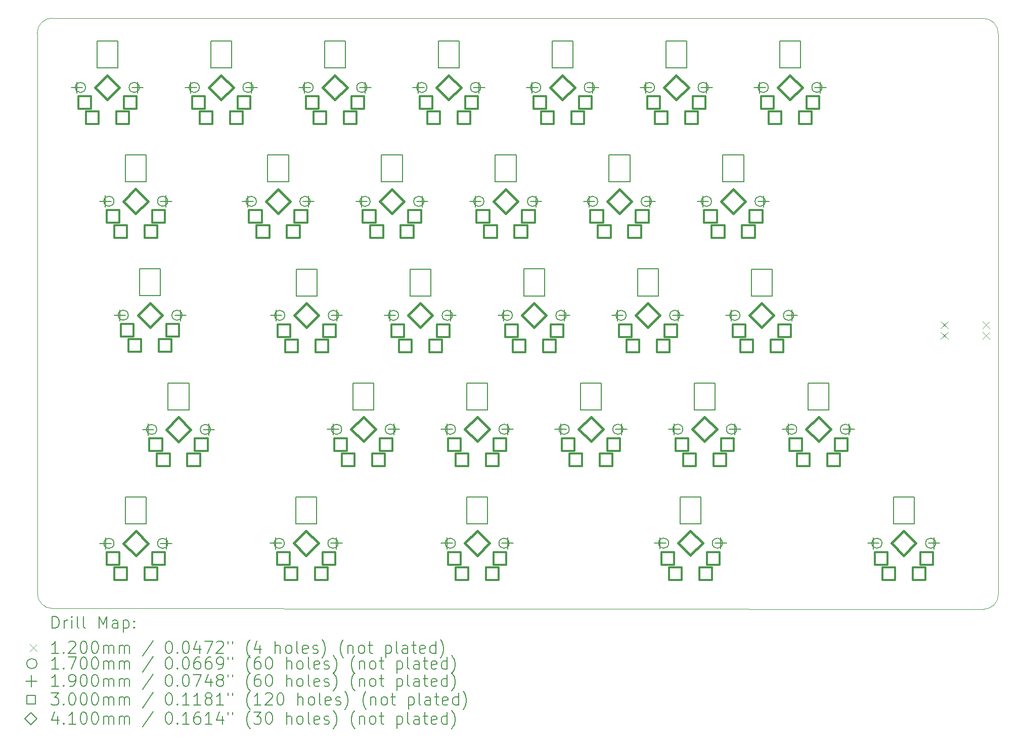
<source format=gbr>
%TF.GenerationSoftware,KiCad,Pcbnew,(6.0.7)*%
%TF.CreationDate,2022-08-10T12:46:42+00:00*%
%TF.ProjectId,zzsplit,7a7a7370-6c69-4742-9e6b-696361645f70,rev?*%
%TF.SameCoordinates,Original*%
%TF.FileFunction,Drillmap*%
%TF.FilePolarity,Positive*%
%FSLAX45Y45*%
G04 Gerber Fmt 4.5, Leading zero omitted, Abs format (unit mm)*
G04 Created by KiCad (PCBNEW (6.0.7)) date 2022-08-10 12:46:42*
%MOMM*%
%LPD*%
G01*
G04 APERTURE LIST*
%ADD10C,0.150000*%
%ADD11C,0.100000*%
%ADD12C,0.200000*%
%ADD13C,0.120000*%
%ADD14C,0.170000*%
%ADD15C,0.190000*%
%ADD16C,0.300000*%
%ADD17C,0.410000*%
G04 APERTURE END LIST*
D10*
X6569000Y-4730000D02*
X6919000Y-4730000D01*
X6919000Y-5180000D02*
X6569000Y-5180000D01*
X6569000Y-5180000D02*
X6569000Y-4730000D01*
X6919000Y-4730000D02*
X6919000Y-5180000D01*
X8475000Y-4730000D02*
X8825000Y-4730000D01*
X8825000Y-5180000D02*
X8475000Y-5180000D01*
X8475000Y-5180000D02*
X8475000Y-4730000D01*
X8825000Y-4730000D02*
X8825000Y-5180000D01*
X9429000Y-6636000D02*
X9779000Y-6636000D01*
X9779000Y-7086000D02*
X9429000Y-7086000D01*
X9429000Y-7086000D02*
X9429000Y-6636000D01*
X9779000Y-6636000D02*
X9779000Y-7086000D01*
X7045000Y-6635000D02*
X7395000Y-6635000D01*
X7395000Y-7085000D02*
X7045000Y-7085000D01*
X7045000Y-7085000D02*
X7045000Y-6635000D01*
X7395000Y-6635000D02*
X7395000Y-7085000D01*
X7285000Y-8540000D02*
X7635000Y-8540000D01*
X7635000Y-8990000D02*
X7285000Y-8990000D01*
X7285000Y-8990000D02*
X7285000Y-8540000D01*
X7635000Y-8540000D02*
X7635000Y-8990000D01*
X9905000Y-8543000D02*
X10255000Y-8543000D01*
X10255000Y-8993000D02*
X9905000Y-8993000D01*
X9905000Y-8993000D02*
X9905000Y-8543000D01*
X10255000Y-8543000D02*
X10255000Y-8993000D01*
X7761000Y-10452000D02*
X8111000Y-10452000D01*
X8111000Y-10902000D02*
X7761000Y-10902000D01*
X7761000Y-10902000D02*
X7761000Y-10452000D01*
X8111000Y-10452000D02*
X8111000Y-10902000D01*
X7046000Y-12357000D02*
X7396000Y-12357000D01*
X7396000Y-12807000D02*
X7046000Y-12807000D01*
X7046000Y-12807000D02*
X7046000Y-12357000D01*
X7396000Y-12357000D02*
X7396000Y-12807000D01*
X10856000Y-10450000D02*
X11206000Y-10450000D01*
X11206000Y-10900000D02*
X10856000Y-10900000D01*
X10856000Y-10900000D02*
X10856000Y-10450000D01*
X11206000Y-10450000D02*
X11206000Y-10900000D01*
X9896000Y-12356000D02*
X10246000Y-12356000D01*
X10246000Y-12806000D02*
X9896000Y-12806000D01*
X9896000Y-12806000D02*
X9896000Y-12356000D01*
X10246000Y-12356000D02*
X10246000Y-12806000D01*
X12761000Y-12355000D02*
X13111000Y-12355000D01*
X13111000Y-12805000D02*
X12761000Y-12805000D01*
X12761000Y-12805000D02*
X12761000Y-12355000D01*
X13111000Y-12355000D02*
X13111000Y-12805000D01*
X12762000Y-10449000D02*
X13112000Y-10449000D01*
X13112000Y-10899000D02*
X12762000Y-10899000D01*
X12762000Y-10899000D02*
X12762000Y-10449000D01*
X13112000Y-10449000D02*
X13112000Y-10899000D01*
X11810000Y-8543000D02*
X12160000Y-8543000D01*
X12160000Y-8993000D02*
X11810000Y-8993000D01*
X11810000Y-8993000D02*
X11810000Y-8543000D01*
X12160000Y-8543000D02*
X12160000Y-8993000D01*
X11333000Y-6636000D02*
X11683000Y-6636000D01*
X11683000Y-7086000D02*
X11333000Y-7086000D01*
X11333000Y-7086000D02*
X11333000Y-6636000D01*
X11683000Y-6636000D02*
X11683000Y-7086000D01*
X10379000Y-4730000D02*
X10729000Y-4730000D01*
X10729000Y-5180000D02*
X10379000Y-5180000D01*
X10379000Y-5180000D02*
X10379000Y-4730000D01*
X10729000Y-4730000D02*
X10729000Y-5180000D01*
X12284000Y-4730000D02*
X12634000Y-4730000D01*
X12634000Y-5180000D02*
X12284000Y-5180000D01*
X12284000Y-5180000D02*
X12284000Y-4730000D01*
X12634000Y-4730000D02*
X12634000Y-5180000D01*
X14189000Y-4730000D02*
X14539000Y-4730000D01*
X14539000Y-5180000D02*
X14189000Y-5180000D01*
X14189000Y-5180000D02*
X14189000Y-4730000D01*
X14539000Y-4730000D02*
X14539000Y-5180000D01*
X13239000Y-6636000D02*
X13589000Y-6636000D01*
X13589000Y-7086000D02*
X13239000Y-7086000D01*
X13239000Y-7086000D02*
X13239000Y-6636000D01*
X13589000Y-6636000D02*
X13589000Y-7086000D01*
X13715000Y-8542000D02*
X14065000Y-8542000D01*
X14065000Y-8992000D02*
X13715000Y-8992000D01*
X13715000Y-8992000D02*
X13715000Y-8542000D01*
X14065000Y-8542000D02*
X14065000Y-8992000D01*
X14667000Y-10449000D02*
X15017000Y-10449000D01*
X15017000Y-10899000D02*
X14667000Y-10899000D01*
X14667000Y-10899000D02*
X14667000Y-10449000D01*
X15017000Y-10449000D02*
X15017000Y-10899000D01*
X16095000Y-4730000D02*
X16445000Y-4730000D01*
X16445000Y-5180000D02*
X16095000Y-5180000D01*
X16095000Y-5180000D02*
X16095000Y-4730000D01*
X16445000Y-4730000D02*
X16445000Y-5180000D01*
X15144000Y-6636000D02*
X15494000Y-6636000D01*
X15494000Y-7086000D02*
X15144000Y-7086000D01*
X15144000Y-7086000D02*
X15144000Y-6636000D01*
X15494000Y-6636000D02*
X15494000Y-7086000D01*
X15620000Y-8542000D02*
X15970000Y-8542000D01*
X15970000Y-8992000D02*
X15620000Y-8992000D01*
X15620000Y-8992000D02*
X15620000Y-8542000D01*
X15970000Y-8542000D02*
X15970000Y-8992000D01*
X16570000Y-10448000D02*
X16920000Y-10448000D01*
X16920000Y-10898000D02*
X16570000Y-10898000D01*
X16570000Y-10898000D02*
X16570000Y-10448000D01*
X16920000Y-10448000D02*
X16920000Y-10898000D01*
X16333000Y-12354000D02*
X16683000Y-12354000D01*
X16683000Y-12804000D02*
X16333000Y-12804000D01*
X16333000Y-12804000D02*
X16333000Y-12354000D01*
X16683000Y-12354000D02*
X16683000Y-12804000D01*
X19904000Y-12355000D02*
X20254000Y-12355000D01*
X20254000Y-12805000D02*
X19904000Y-12805000D01*
X19904000Y-12805000D02*
X19904000Y-12355000D01*
X20254000Y-12355000D02*
X20254000Y-12805000D01*
X18477000Y-10449000D02*
X18827000Y-10449000D01*
X18827000Y-10899000D02*
X18477000Y-10899000D01*
X18477000Y-10899000D02*
X18477000Y-10449000D01*
X18827000Y-10449000D02*
X18827000Y-10899000D01*
X18000000Y-4730000D02*
X18350000Y-4730000D01*
X18350000Y-5180000D02*
X18000000Y-5180000D01*
X18000000Y-5180000D02*
X18000000Y-4730000D01*
X18350000Y-4730000D02*
X18350000Y-5180000D01*
X17049000Y-6636000D02*
X17399000Y-6636000D01*
X17399000Y-7086000D02*
X17049000Y-7086000D01*
X17049000Y-7086000D02*
X17049000Y-6636000D01*
X17399000Y-6636000D02*
X17399000Y-7086000D01*
X17525000Y-8543000D02*
X17875000Y-8543000D01*
X17875000Y-8993000D02*
X17525000Y-8993000D01*
X17525000Y-8993000D02*
X17525000Y-8543000D01*
X17875000Y-8543000D02*
X17875000Y-8993000D01*
D11*
X5820000Y-4346000D02*
X21411000Y-4349000D01*
X5574000Y-13972000D02*
G75*
G03*
X5824000Y-14222000I250000J0D01*
G01*
X21660002Y-4599000D02*
X21663000Y-13985000D01*
X21410992Y-14235998D02*
X5824000Y-14222000D01*
X5570000Y-4596000D02*
X5574000Y-13972000D01*
X21410992Y-14235998D02*
G75*
G03*
X21663000Y-13985000I1008J250998D01*
G01*
X21660002Y-4599000D02*
G75*
G03*
X21411000Y-4349000I-250002J0D01*
G01*
X5820000Y-4346000D02*
G75*
G03*
X5570000Y-4596000I0J-250000D01*
G01*
D12*
D13*
X20698500Y-9421500D02*
X20818500Y-9541500D01*
X20818500Y-9421500D02*
X20698500Y-9541500D01*
X20698500Y-9596500D02*
X20818500Y-9716500D01*
X20818500Y-9596500D02*
X20698500Y-9716500D01*
X21398500Y-9421500D02*
X21518500Y-9541500D01*
X21518500Y-9421500D02*
X21398500Y-9541500D01*
X21398500Y-9596500D02*
X21518500Y-9716500D01*
X21518500Y-9596500D02*
X21398500Y-9716500D01*
D14*
X6379000Y-5505000D02*
G75*
G03*
X6379000Y-5505000I-85000J0D01*
G01*
X6855000Y-7409000D02*
G75*
G03*
X6855000Y-7409000I-85000J0D01*
G01*
X6856000Y-13132000D02*
G75*
G03*
X6856000Y-13132000I-85000J0D01*
G01*
X7095000Y-9315000D02*
G75*
G03*
X7095000Y-9315000I-85000J0D01*
G01*
X7279000Y-5505000D02*
G75*
G03*
X7279000Y-5505000I-85000J0D01*
G01*
X7571000Y-11227000D02*
G75*
G03*
X7571000Y-11227000I-85000J0D01*
G01*
X7755000Y-7409000D02*
G75*
G03*
X7755000Y-7409000I-85000J0D01*
G01*
X7756000Y-13132000D02*
G75*
G03*
X7756000Y-13132000I-85000J0D01*
G01*
X7995000Y-9315000D02*
G75*
G03*
X7995000Y-9315000I-85000J0D01*
G01*
X8284500Y-5505000D02*
G75*
G03*
X8284500Y-5505000I-85000J0D01*
G01*
X8471000Y-11227000D02*
G75*
G03*
X8471000Y-11227000I-85000J0D01*
G01*
X9184500Y-5505000D02*
G75*
G03*
X9184500Y-5505000I-85000J0D01*
G01*
X9239000Y-7411000D02*
G75*
G03*
X9239000Y-7411000I-85000J0D01*
G01*
X9707000Y-13131000D02*
G75*
G03*
X9707000Y-13131000I-85000J0D01*
G01*
X9715000Y-9318000D02*
G75*
G03*
X9715000Y-9318000I-85000J0D01*
G01*
X10139000Y-7411000D02*
G75*
G03*
X10139000Y-7411000I-85000J0D01*
G01*
X10189500Y-5505000D02*
G75*
G03*
X10189500Y-5505000I-85000J0D01*
G01*
X10607000Y-13131000D02*
G75*
G03*
X10607000Y-13131000I-85000J0D01*
G01*
X10615000Y-9318000D02*
G75*
G03*
X10615000Y-9318000I-85000J0D01*
G01*
X10667000Y-11224000D02*
G75*
G03*
X10667000Y-11224000I-85000J0D01*
G01*
X11089500Y-5505000D02*
G75*
G03*
X11089500Y-5505000I-85000J0D01*
G01*
X11144000Y-7411000D02*
G75*
G03*
X11144000Y-7411000I-85000J0D01*
G01*
X11567000Y-11224000D02*
G75*
G03*
X11567000Y-11224000I-85000J0D01*
G01*
X11620000Y-9318000D02*
G75*
G03*
X11620000Y-9318000I-85000J0D01*
G01*
X12044000Y-7411000D02*
G75*
G03*
X12044000Y-7411000I-85000J0D01*
G01*
X12094500Y-5505000D02*
G75*
G03*
X12094500Y-5505000I-85000J0D01*
G01*
X12520000Y-9318000D02*
G75*
G03*
X12520000Y-9318000I-85000J0D01*
G01*
X12571000Y-13130000D02*
G75*
G03*
X12571000Y-13130000I-85000J0D01*
G01*
X12572000Y-11224000D02*
G75*
G03*
X12572000Y-11224000I-85000J0D01*
G01*
X12994500Y-5505000D02*
G75*
G03*
X12994500Y-5505000I-85000J0D01*
G01*
X13049000Y-7411000D02*
G75*
G03*
X13049000Y-7411000I-85000J0D01*
G01*
X13471000Y-13130000D02*
G75*
G03*
X13471000Y-13130000I-85000J0D01*
G01*
X13472000Y-11224000D02*
G75*
G03*
X13472000Y-11224000I-85000J0D01*
G01*
X13525000Y-9318000D02*
G75*
G03*
X13525000Y-9318000I-85000J0D01*
G01*
X13949000Y-7411000D02*
G75*
G03*
X13949000Y-7411000I-85000J0D01*
G01*
X13999500Y-5505000D02*
G75*
G03*
X13999500Y-5505000I-85000J0D01*
G01*
X14425000Y-9318000D02*
G75*
G03*
X14425000Y-9318000I-85000J0D01*
G01*
X14477000Y-11224000D02*
G75*
G03*
X14477000Y-11224000I-85000J0D01*
G01*
X14899500Y-5505000D02*
G75*
G03*
X14899500Y-5505000I-85000J0D01*
G01*
X14954000Y-7411000D02*
G75*
G03*
X14954000Y-7411000I-85000J0D01*
G01*
X15377000Y-11224000D02*
G75*
G03*
X15377000Y-11224000I-85000J0D01*
G01*
X15430000Y-9318000D02*
G75*
G03*
X15430000Y-9318000I-85000J0D01*
G01*
X15854000Y-7411000D02*
G75*
G03*
X15854000Y-7411000I-85000J0D01*
G01*
X15904500Y-5505000D02*
G75*
G03*
X15904500Y-5505000I-85000J0D01*
G01*
X16143000Y-13129000D02*
G75*
G03*
X16143000Y-13129000I-85000J0D01*
G01*
X16330000Y-9318000D02*
G75*
G03*
X16330000Y-9318000I-85000J0D01*
G01*
X16380000Y-11223000D02*
G75*
G03*
X16380000Y-11223000I-85000J0D01*
G01*
X16804500Y-5505000D02*
G75*
G03*
X16804500Y-5505000I-85000J0D01*
G01*
X16859000Y-7411000D02*
G75*
G03*
X16859000Y-7411000I-85000J0D01*
G01*
X17043000Y-13129000D02*
G75*
G03*
X17043000Y-13129000I-85000J0D01*
G01*
X17280000Y-11223000D02*
G75*
G03*
X17280000Y-11223000I-85000J0D01*
G01*
X17335000Y-9318000D02*
G75*
G03*
X17335000Y-9318000I-85000J0D01*
G01*
X17759000Y-7411000D02*
G75*
G03*
X17759000Y-7411000I-85000J0D01*
G01*
X17809500Y-5505000D02*
G75*
G03*
X17809500Y-5505000I-85000J0D01*
G01*
X18235000Y-9318000D02*
G75*
G03*
X18235000Y-9318000I-85000J0D01*
G01*
X18287000Y-11224000D02*
G75*
G03*
X18287000Y-11224000I-85000J0D01*
G01*
X18709500Y-5505000D02*
G75*
G03*
X18709500Y-5505000I-85000J0D01*
G01*
X19187000Y-11224000D02*
G75*
G03*
X19187000Y-11224000I-85000J0D01*
G01*
X19714000Y-13130000D02*
G75*
G03*
X19714000Y-13130000I-85000J0D01*
G01*
X20614000Y-13130000D02*
G75*
G03*
X20614000Y-13130000I-85000J0D01*
G01*
D15*
X6236000Y-5410000D02*
X6236000Y-5600000D01*
X6141000Y-5505000D02*
X6331000Y-5505000D01*
X6712000Y-7314000D02*
X6712000Y-7504000D01*
X6617000Y-7409000D02*
X6807000Y-7409000D01*
X6713000Y-13037000D02*
X6713000Y-13227000D01*
X6618000Y-13132000D02*
X6808000Y-13132000D01*
X6952000Y-9220000D02*
X6952000Y-9410000D01*
X6857000Y-9315000D02*
X7047000Y-9315000D01*
X7252000Y-5410000D02*
X7252000Y-5600000D01*
X7157000Y-5505000D02*
X7347000Y-5505000D01*
X7428000Y-11132000D02*
X7428000Y-11322000D01*
X7333000Y-11227000D02*
X7523000Y-11227000D01*
X7728000Y-7314000D02*
X7728000Y-7504000D01*
X7633000Y-7409000D02*
X7823000Y-7409000D01*
X7729000Y-13037000D02*
X7729000Y-13227000D01*
X7634000Y-13132000D02*
X7824000Y-13132000D01*
X7968000Y-9220000D02*
X7968000Y-9410000D01*
X7873000Y-9315000D02*
X8063000Y-9315000D01*
X8141500Y-5410000D02*
X8141500Y-5600000D01*
X8046500Y-5505000D02*
X8236500Y-5505000D01*
X8444000Y-11132000D02*
X8444000Y-11322000D01*
X8349000Y-11227000D02*
X8539000Y-11227000D01*
X9096000Y-7316000D02*
X9096000Y-7506000D01*
X9001000Y-7411000D02*
X9191000Y-7411000D01*
X9157500Y-5410000D02*
X9157500Y-5600000D01*
X9062500Y-5505000D02*
X9252500Y-5505000D01*
X9564000Y-13036000D02*
X9564000Y-13226000D01*
X9469000Y-13131000D02*
X9659000Y-13131000D01*
X9572000Y-9223000D02*
X9572000Y-9413000D01*
X9477000Y-9318000D02*
X9667000Y-9318000D01*
X10046500Y-5410000D02*
X10046500Y-5600000D01*
X9951500Y-5505000D02*
X10141500Y-5505000D01*
X10112000Y-7316000D02*
X10112000Y-7506000D01*
X10017000Y-7411000D02*
X10207000Y-7411000D01*
X10524000Y-11129000D02*
X10524000Y-11319000D01*
X10429000Y-11224000D02*
X10619000Y-11224000D01*
X10580000Y-13036000D02*
X10580000Y-13226000D01*
X10485000Y-13131000D02*
X10675000Y-13131000D01*
X10588000Y-9223000D02*
X10588000Y-9413000D01*
X10493000Y-9318000D02*
X10683000Y-9318000D01*
X11001000Y-7316000D02*
X11001000Y-7506000D01*
X10906000Y-7411000D02*
X11096000Y-7411000D01*
X11062500Y-5410000D02*
X11062500Y-5600000D01*
X10967500Y-5505000D02*
X11157500Y-5505000D01*
X11477000Y-9223000D02*
X11477000Y-9413000D01*
X11382000Y-9318000D02*
X11572000Y-9318000D01*
X11540000Y-11129000D02*
X11540000Y-11319000D01*
X11445000Y-11224000D02*
X11635000Y-11224000D01*
X11951500Y-5410000D02*
X11951500Y-5600000D01*
X11856500Y-5505000D02*
X12046500Y-5505000D01*
X12017000Y-7316000D02*
X12017000Y-7506000D01*
X11922000Y-7411000D02*
X12112000Y-7411000D01*
X12428000Y-13035000D02*
X12428000Y-13225000D01*
X12333000Y-13130000D02*
X12523000Y-13130000D01*
X12429000Y-11129000D02*
X12429000Y-11319000D01*
X12334000Y-11224000D02*
X12524000Y-11224000D01*
X12493000Y-9223000D02*
X12493000Y-9413000D01*
X12398000Y-9318000D02*
X12588000Y-9318000D01*
X12906000Y-7316000D02*
X12906000Y-7506000D01*
X12811000Y-7411000D02*
X13001000Y-7411000D01*
X12967500Y-5410000D02*
X12967500Y-5600000D01*
X12872500Y-5505000D02*
X13062500Y-5505000D01*
X13382000Y-9223000D02*
X13382000Y-9413000D01*
X13287000Y-9318000D02*
X13477000Y-9318000D01*
X13444000Y-13035000D02*
X13444000Y-13225000D01*
X13349000Y-13130000D02*
X13539000Y-13130000D01*
X13445000Y-11129000D02*
X13445000Y-11319000D01*
X13350000Y-11224000D02*
X13540000Y-11224000D01*
X13856500Y-5410000D02*
X13856500Y-5600000D01*
X13761500Y-5505000D02*
X13951500Y-5505000D01*
X13922000Y-7316000D02*
X13922000Y-7506000D01*
X13827000Y-7411000D02*
X14017000Y-7411000D01*
X14334000Y-11129000D02*
X14334000Y-11319000D01*
X14239000Y-11224000D02*
X14429000Y-11224000D01*
X14398000Y-9223000D02*
X14398000Y-9413000D01*
X14303000Y-9318000D02*
X14493000Y-9318000D01*
X14811000Y-7316000D02*
X14811000Y-7506000D01*
X14716000Y-7411000D02*
X14906000Y-7411000D01*
X14872500Y-5410000D02*
X14872500Y-5600000D01*
X14777500Y-5505000D02*
X14967500Y-5505000D01*
X15287000Y-9223000D02*
X15287000Y-9413000D01*
X15192000Y-9318000D02*
X15382000Y-9318000D01*
X15350000Y-11129000D02*
X15350000Y-11319000D01*
X15255000Y-11224000D02*
X15445000Y-11224000D01*
X15761500Y-5410000D02*
X15761500Y-5600000D01*
X15666500Y-5505000D02*
X15856500Y-5505000D01*
X15827000Y-7316000D02*
X15827000Y-7506000D01*
X15732000Y-7411000D02*
X15922000Y-7411000D01*
X16000000Y-13034000D02*
X16000000Y-13224000D01*
X15905000Y-13129000D02*
X16095000Y-13129000D01*
X16237000Y-11128000D02*
X16237000Y-11318000D01*
X16142000Y-11223000D02*
X16332000Y-11223000D01*
X16303000Y-9223000D02*
X16303000Y-9413000D01*
X16208000Y-9318000D02*
X16398000Y-9318000D01*
X16716000Y-7316000D02*
X16716000Y-7506000D01*
X16621000Y-7411000D02*
X16811000Y-7411000D01*
X16777500Y-5410000D02*
X16777500Y-5600000D01*
X16682500Y-5505000D02*
X16872500Y-5505000D01*
X17016000Y-13034000D02*
X17016000Y-13224000D01*
X16921000Y-13129000D02*
X17111000Y-13129000D01*
X17192000Y-9223000D02*
X17192000Y-9413000D01*
X17097000Y-9318000D02*
X17287000Y-9318000D01*
X17253000Y-11128000D02*
X17253000Y-11318000D01*
X17158000Y-11223000D02*
X17348000Y-11223000D01*
X17666500Y-5410000D02*
X17666500Y-5600000D01*
X17571500Y-5505000D02*
X17761500Y-5505000D01*
X17732000Y-7316000D02*
X17732000Y-7506000D01*
X17637000Y-7411000D02*
X17827000Y-7411000D01*
X18144000Y-11129000D02*
X18144000Y-11319000D01*
X18049000Y-11224000D02*
X18239000Y-11224000D01*
X18208000Y-9223000D02*
X18208000Y-9413000D01*
X18113000Y-9318000D02*
X18303000Y-9318000D01*
X18682500Y-5410000D02*
X18682500Y-5600000D01*
X18587500Y-5505000D02*
X18777500Y-5505000D01*
X19160000Y-11129000D02*
X19160000Y-11319000D01*
X19065000Y-11224000D02*
X19255000Y-11224000D01*
X19571000Y-13035000D02*
X19571000Y-13225000D01*
X19476000Y-13130000D02*
X19666000Y-13130000D01*
X20587000Y-13035000D02*
X20587000Y-13225000D01*
X20492000Y-13130000D02*
X20682000Y-13130000D01*
D16*
X6469067Y-5865067D02*
X6469067Y-5652933D01*
X6256933Y-5652933D01*
X6256933Y-5865067D01*
X6469067Y-5865067D01*
X6596067Y-6119067D02*
X6596067Y-5906933D01*
X6383933Y-5906933D01*
X6383933Y-6119067D01*
X6596067Y-6119067D01*
X6945067Y-7769067D02*
X6945067Y-7556933D01*
X6732933Y-7556933D01*
X6732933Y-7769067D01*
X6945067Y-7769067D01*
X6946067Y-13492067D02*
X6946067Y-13279933D01*
X6733933Y-13279933D01*
X6733933Y-13492067D01*
X6946067Y-13492067D01*
X7072067Y-8023067D02*
X7072067Y-7810933D01*
X6859933Y-7810933D01*
X6859933Y-8023067D01*
X7072067Y-8023067D01*
X7073067Y-13746067D02*
X7073067Y-13533933D01*
X6860933Y-13533933D01*
X6860933Y-13746067D01*
X7073067Y-13746067D01*
X7104067Y-6119067D02*
X7104067Y-5906933D01*
X6891933Y-5906933D01*
X6891933Y-6119067D01*
X7104067Y-6119067D01*
X7185067Y-9675067D02*
X7185067Y-9462933D01*
X6972933Y-9462933D01*
X6972933Y-9675067D01*
X7185067Y-9675067D01*
X7231067Y-5865067D02*
X7231067Y-5652933D01*
X7018933Y-5652933D01*
X7018933Y-5865067D01*
X7231067Y-5865067D01*
X7312067Y-9929067D02*
X7312067Y-9716933D01*
X7099933Y-9716933D01*
X7099933Y-9929067D01*
X7312067Y-9929067D01*
X7580067Y-8023067D02*
X7580067Y-7810933D01*
X7367933Y-7810933D01*
X7367933Y-8023067D01*
X7580067Y-8023067D01*
X7581067Y-13746067D02*
X7581067Y-13533933D01*
X7368933Y-13533933D01*
X7368933Y-13746067D01*
X7581067Y-13746067D01*
X7661067Y-11587067D02*
X7661067Y-11374933D01*
X7448933Y-11374933D01*
X7448933Y-11587067D01*
X7661067Y-11587067D01*
X7707067Y-7769067D02*
X7707067Y-7556933D01*
X7494933Y-7556933D01*
X7494933Y-7769067D01*
X7707067Y-7769067D01*
X7708067Y-13492067D02*
X7708067Y-13279933D01*
X7495933Y-13279933D01*
X7495933Y-13492067D01*
X7708067Y-13492067D01*
X7788067Y-11841067D02*
X7788067Y-11628933D01*
X7575933Y-11628933D01*
X7575933Y-11841067D01*
X7788067Y-11841067D01*
X7820067Y-9929067D02*
X7820067Y-9716933D01*
X7607933Y-9716933D01*
X7607933Y-9929067D01*
X7820067Y-9929067D01*
X7947067Y-9675067D02*
X7947067Y-9462933D01*
X7734933Y-9462933D01*
X7734933Y-9675067D01*
X7947067Y-9675067D01*
X8296067Y-11841067D02*
X8296067Y-11628933D01*
X8083933Y-11628933D01*
X8083933Y-11841067D01*
X8296067Y-11841067D01*
X8374567Y-5865067D02*
X8374567Y-5652933D01*
X8162433Y-5652933D01*
X8162433Y-5865067D01*
X8374567Y-5865067D01*
X8423067Y-11587067D02*
X8423067Y-11374933D01*
X8210933Y-11374933D01*
X8210933Y-11587067D01*
X8423067Y-11587067D01*
X8501567Y-6119067D02*
X8501567Y-5906933D01*
X8289433Y-5906933D01*
X8289433Y-6119067D01*
X8501567Y-6119067D01*
X9009567Y-6119067D02*
X9009567Y-5906933D01*
X8797433Y-5906933D01*
X8797433Y-6119067D01*
X9009567Y-6119067D01*
X9136567Y-5865067D02*
X9136567Y-5652933D01*
X8924433Y-5652933D01*
X8924433Y-5865067D01*
X9136567Y-5865067D01*
X9329067Y-7771067D02*
X9329067Y-7558933D01*
X9116933Y-7558933D01*
X9116933Y-7771067D01*
X9329067Y-7771067D01*
X9456067Y-8025067D02*
X9456067Y-7812933D01*
X9243933Y-7812933D01*
X9243933Y-8025067D01*
X9456067Y-8025067D01*
X9797067Y-13491067D02*
X9797067Y-13278933D01*
X9584933Y-13278933D01*
X9584933Y-13491067D01*
X9797067Y-13491067D01*
X9805067Y-9678067D02*
X9805067Y-9465933D01*
X9592933Y-9465933D01*
X9592933Y-9678067D01*
X9805067Y-9678067D01*
X9924067Y-13745067D02*
X9924067Y-13532933D01*
X9711933Y-13532933D01*
X9711933Y-13745067D01*
X9924067Y-13745067D01*
X9932067Y-9932067D02*
X9932067Y-9719933D01*
X9719933Y-9719933D01*
X9719933Y-9932067D01*
X9932067Y-9932067D01*
X9964067Y-8025067D02*
X9964067Y-7812933D01*
X9751933Y-7812933D01*
X9751933Y-8025067D01*
X9964067Y-8025067D01*
X10091067Y-7771067D02*
X10091067Y-7558933D01*
X9878933Y-7558933D01*
X9878933Y-7771067D01*
X10091067Y-7771067D01*
X10279567Y-5865067D02*
X10279567Y-5652933D01*
X10067433Y-5652933D01*
X10067433Y-5865067D01*
X10279567Y-5865067D01*
X10406567Y-6119067D02*
X10406567Y-5906933D01*
X10194433Y-5906933D01*
X10194433Y-6119067D01*
X10406567Y-6119067D01*
X10432067Y-13745067D02*
X10432067Y-13532933D01*
X10219933Y-13532933D01*
X10219933Y-13745067D01*
X10432067Y-13745067D01*
X10440067Y-9932067D02*
X10440067Y-9719933D01*
X10227933Y-9719933D01*
X10227933Y-9932067D01*
X10440067Y-9932067D01*
X10559067Y-13491067D02*
X10559067Y-13278933D01*
X10346933Y-13278933D01*
X10346933Y-13491067D01*
X10559067Y-13491067D01*
X10567067Y-9678067D02*
X10567067Y-9465933D01*
X10354933Y-9465933D01*
X10354933Y-9678067D01*
X10567067Y-9678067D01*
X10757067Y-11584067D02*
X10757067Y-11371933D01*
X10544933Y-11371933D01*
X10544933Y-11584067D01*
X10757067Y-11584067D01*
X10884067Y-11838067D02*
X10884067Y-11625933D01*
X10671933Y-11625933D01*
X10671933Y-11838067D01*
X10884067Y-11838067D01*
X10914567Y-6119067D02*
X10914567Y-5906933D01*
X10702433Y-5906933D01*
X10702433Y-6119067D01*
X10914567Y-6119067D01*
X11041567Y-5865067D02*
X11041567Y-5652933D01*
X10829433Y-5652933D01*
X10829433Y-5865067D01*
X11041567Y-5865067D01*
X11234067Y-7771067D02*
X11234067Y-7558933D01*
X11021933Y-7558933D01*
X11021933Y-7771067D01*
X11234067Y-7771067D01*
X11361067Y-8025067D02*
X11361067Y-7812933D01*
X11148933Y-7812933D01*
X11148933Y-8025067D01*
X11361067Y-8025067D01*
X11392067Y-11838067D02*
X11392067Y-11625933D01*
X11179933Y-11625933D01*
X11179933Y-11838067D01*
X11392067Y-11838067D01*
X11519067Y-11584067D02*
X11519067Y-11371933D01*
X11306933Y-11371933D01*
X11306933Y-11584067D01*
X11519067Y-11584067D01*
X11710067Y-9678067D02*
X11710067Y-9465933D01*
X11497933Y-9465933D01*
X11497933Y-9678067D01*
X11710067Y-9678067D01*
X11837067Y-9932067D02*
X11837067Y-9719933D01*
X11624933Y-9719933D01*
X11624933Y-9932067D01*
X11837067Y-9932067D01*
X11869067Y-8025067D02*
X11869067Y-7812933D01*
X11656933Y-7812933D01*
X11656933Y-8025067D01*
X11869067Y-8025067D01*
X11996067Y-7771067D02*
X11996067Y-7558933D01*
X11783933Y-7558933D01*
X11783933Y-7771067D01*
X11996067Y-7771067D01*
X12184567Y-5865067D02*
X12184567Y-5652933D01*
X11972433Y-5652933D01*
X11972433Y-5865067D01*
X12184567Y-5865067D01*
X12311567Y-6119067D02*
X12311567Y-5906933D01*
X12099433Y-5906933D01*
X12099433Y-6119067D01*
X12311567Y-6119067D01*
X12345067Y-9932067D02*
X12345067Y-9719933D01*
X12132933Y-9719933D01*
X12132933Y-9932067D01*
X12345067Y-9932067D01*
X12472067Y-9678067D02*
X12472067Y-9465933D01*
X12259933Y-9465933D01*
X12259933Y-9678067D01*
X12472067Y-9678067D01*
X12661067Y-13490067D02*
X12661067Y-13277933D01*
X12448933Y-13277933D01*
X12448933Y-13490067D01*
X12661067Y-13490067D01*
X12662067Y-11584067D02*
X12662067Y-11371933D01*
X12449933Y-11371933D01*
X12449933Y-11584067D01*
X12662067Y-11584067D01*
X12788067Y-13744067D02*
X12788067Y-13531933D01*
X12575933Y-13531933D01*
X12575933Y-13744067D01*
X12788067Y-13744067D01*
X12789067Y-11838067D02*
X12789067Y-11625933D01*
X12576933Y-11625933D01*
X12576933Y-11838067D01*
X12789067Y-11838067D01*
X12819567Y-6119067D02*
X12819567Y-5906933D01*
X12607433Y-5906933D01*
X12607433Y-6119067D01*
X12819567Y-6119067D01*
X12946567Y-5865067D02*
X12946567Y-5652933D01*
X12734433Y-5652933D01*
X12734433Y-5865067D01*
X12946567Y-5865067D01*
X13139067Y-7771067D02*
X13139067Y-7558933D01*
X12926933Y-7558933D01*
X12926933Y-7771067D01*
X13139067Y-7771067D01*
X13266067Y-8025067D02*
X13266067Y-7812933D01*
X13053933Y-7812933D01*
X13053933Y-8025067D01*
X13266067Y-8025067D01*
X13296067Y-13744067D02*
X13296067Y-13531933D01*
X13083933Y-13531933D01*
X13083933Y-13744067D01*
X13296067Y-13744067D01*
X13297067Y-11838067D02*
X13297067Y-11625933D01*
X13084933Y-11625933D01*
X13084933Y-11838067D01*
X13297067Y-11838067D01*
X13423067Y-13490067D02*
X13423067Y-13277933D01*
X13210933Y-13277933D01*
X13210933Y-13490067D01*
X13423067Y-13490067D01*
X13424067Y-11584067D02*
X13424067Y-11371933D01*
X13211933Y-11371933D01*
X13211933Y-11584067D01*
X13424067Y-11584067D01*
X13615067Y-9678067D02*
X13615067Y-9465933D01*
X13402933Y-9465933D01*
X13402933Y-9678067D01*
X13615067Y-9678067D01*
X13742067Y-9932067D02*
X13742067Y-9719933D01*
X13529933Y-9719933D01*
X13529933Y-9932067D01*
X13742067Y-9932067D01*
X13774067Y-8025067D02*
X13774067Y-7812933D01*
X13561933Y-7812933D01*
X13561933Y-8025067D01*
X13774067Y-8025067D01*
X13901067Y-7771067D02*
X13901067Y-7558933D01*
X13688933Y-7558933D01*
X13688933Y-7771067D01*
X13901067Y-7771067D01*
X14089567Y-5865067D02*
X14089567Y-5652933D01*
X13877433Y-5652933D01*
X13877433Y-5865067D01*
X14089567Y-5865067D01*
X14216567Y-6119067D02*
X14216567Y-5906933D01*
X14004433Y-5906933D01*
X14004433Y-6119067D01*
X14216567Y-6119067D01*
X14250067Y-9932067D02*
X14250067Y-9719933D01*
X14037933Y-9719933D01*
X14037933Y-9932067D01*
X14250067Y-9932067D01*
X14377067Y-9678067D02*
X14377067Y-9465933D01*
X14164933Y-9465933D01*
X14164933Y-9678067D01*
X14377067Y-9678067D01*
X14567067Y-11584067D02*
X14567067Y-11371933D01*
X14354933Y-11371933D01*
X14354933Y-11584067D01*
X14567067Y-11584067D01*
X14694067Y-11838067D02*
X14694067Y-11625933D01*
X14481933Y-11625933D01*
X14481933Y-11838067D01*
X14694067Y-11838067D01*
X14724567Y-6119067D02*
X14724567Y-5906933D01*
X14512433Y-5906933D01*
X14512433Y-6119067D01*
X14724567Y-6119067D01*
X14851567Y-5865067D02*
X14851567Y-5652933D01*
X14639433Y-5652933D01*
X14639433Y-5865067D01*
X14851567Y-5865067D01*
X15044067Y-7771067D02*
X15044067Y-7558933D01*
X14831933Y-7558933D01*
X14831933Y-7771067D01*
X15044067Y-7771067D01*
X15171067Y-8025067D02*
X15171067Y-7812933D01*
X14958933Y-7812933D01*
X14958933Y-8025067D01*
X15171067Y-8025067D01*
X15202067Y-11838067D02*
X15202067Y-11625933D01*
X14989933Y-11625933D01*
X14989933Y-11838067D01*
X15202067Y-11838067D01*
X15329067Y-11584067D02*
X15329067Y-11371933D01*
X15116933Y-11371933D01*
X15116933Y-11584067D01*
X15329067Y-11584067D01*
X15520067Y-9678067D02*
X15520067Y-9465933D01*
X15307933Y-9465933D01*
X15307933Y-9678067D01*
X15520067Y-9678067D01*
X15647067Y-9932067D02*
X15647067Y-9719933D01*
X15434933Y-9719933D01*
X15434933Y-9932067D01*
X15647067Y-9932067D01*
X15679067Y-8025067D02*
X15679067Y-7812933D01*
X15466933Y-7812933D01*
X15466933Y-8025067D01*
X15679067Y-8025067D01*
X15806067Y-7771067D02*
X15806067Y-7558933D01*
X15593933Y-7558933D01*
X15593933Y-7771067D01*
X15806067Y-7771067D01*
X15994567Y-5865067D02*
X15994567Y-5652933D01*
X15782433Y-5652933D01*
X15782433Y-5865067D01*
X15994567Y-5865067D01*
X16121567Y-6119067D02*
X16121567Y-5906933D01*
X15909433Y-5906933D01*
X15909433Y-6119067D01*
X16121567Y-6119067D01*
X16155067Y-9932067D02*
X16155067Y-9719933D01*
X15942933Y-9719933D01*
X15942933Y-9932067D01*
X16155067Y-9932067D01*
X16233067Y-13489067D02*
X16233067Y-13276933D01*
X16020933Y-13276933D01*
X16020933Y-13489067D01*
X16233067Y-13489067D01*
X16282067Y-9678067D02*
X16282067Y-9465933D01*
X16069933Y-9465933D01*
X16069933Y-9678067D01*
X16282067Y-9678067D01*
X16360067Y-13743067D02*
X16360067Y-13530933D01*
X16147933Y-13530933D01*
X16147933Y-13743067D01*
X16360067Y-13743067D01*
X16470067Y-11583067D02*
X16470067Y-11370933D01*
X16257933Y-11370933D01*
X16257933Y-11583067D01*
X16470067Y-11583067D01*
X16597067Y-11837067D02*
X16597067Y-11624933D01*
X16384933Y-11624933D01*
X16384933Y-11837067D01*
X16597067Y-11837067D01*
X16629567Y-6119067D02*
X16629567Y-5906933D01*
X16417433Y-5906933D01*
X16417433Y-6119067D01*
X16629567Y-6119067D01*
X16756567Y-5865067D02*
X16756567Y-5652933D01*
X16544433Y-5652933D01*
X16544433Y-5865067D01*
X16756567Y-5865067D01*
X16868067Y-13743067D02*
X16868067Y-13530933D01*
X16655933Y-13530933D01*
X16655933Y-13743067D01*
X16868067Y-13743067D01*
X16949067Y-7771067D02*
X16949067Y-7558933D01*
X16736933Y-7558933D01*
X16736933Y-7771067D01*
X16949067Y-7771067D01*
X16995067Y-13489067D02*
X16995067Y-13276933D01*
X16782933Y-13276933D01*
X16782933Y-13489067D01*
X16995067Y-13489067D01*
X17076067Y-8025067D02*
X17076067Y-7812933D01*
X16863933Y-7812933D01*
X16863933Y-8025067D01*
X17076067Y-8025067D01*
X17105067Y-11837067D02*
X17105067Y-11624933D01*
X16892933Y-11624933D01*
X16892933Y-11837067D01*
X17105067Y-11837067D01*
X17232067Y-11583067D02*
X17232067Y-11370933D01*
X17019933Y-11370933D01*
X17019933Y-11583067D01*
X17232067Y-11583067D01*
X17425067Y-9678067D02*
X17425067Y-9465933D01*
X17212933Y-9465933D01*
X17212933Y-9678067D01*
X17425067Y-9678067D01*
X17552067Y-9932067D02*
X17552067Y-9719933D01*
X17339933Y-9719933D01*
X17339933Y-9932067D01*
X17552067Y-9932067D01*
X17584067Y-8025067D02*
X17584067Y-7812933D01*
X17371933Y-7812933D01*
X17371933Y-8025067D01*
X17584067Y-8025067D01*
X17711067Y-7771067D02*
X17711067Y-7558933D01*
X17498933Y-7558933D01*
X17498933Y-7771067D01*
X17711067Y-7771067D01*
X17899567Y-5865067D02*
X17899567Y-5652933D01*
X17687433Y-5652933D01*
X17687433Y-5865067D01*
X17899567Y-5865067D01*
X18026567Y-6119067D02*
X18026567Y-5906933D01*
X17814433Y-5906933D01*
X17814433Y-6119067D01*
X18026567Y-6119067D01*
X18060067Y-9932067D02*
X18060067Y-9719933D01*
X17847933Y-9719933D01*
X17847933Y-9932067D01*
X18060067Y-9932067D01*
X18187067Y-9678067D02*
X18187067Y-9465933D01*
X17974933Y-9465933D01*
X17974933Y-9678067D01*
X18187067Y-9678067D01*
X18377067Y-11584067D02*
X18377067Y-11371933D01*
X18164933Y-11371933D01*
X18164933Y-11584067D01*
X18377067Y-11584067D01*
X18504067Y-11838067D02*
X18504067Y-11625933D01*
X18291933Y-11625933D01*
X18291933Y-11838067D01*
X18504067Y-11838067D01*
X18534567Y-6119067D02*
X18534567Y-5906933D01*
X18322433Y-5906933D01*
X18322433Y-6119067D01*
X18534567Y-6119067D01*
X18661567Y-5865067D02*
X18661567Y-5652933D01*
X18449433Y-5652933D01*
X18449433Y-5865067D01*
X18661567Y-5865067D01*
X19012067Y-11838067D02*
X19012067Y-11625933D01*
X18799933Y-11625933D01*
X18799933Y-11838067D01*
X19012067Y-11838067D01*
X19139067Y-11584067D02*
X19139067Y-11371933D01*
X18926933Y-11371933D01*
X18926933Y-11584067D01*
X19139067Y-11584067D01*
X19804067Y-13490067D02*
X19804067Y-13277933D01*
X19591933Y-13277933D01*
X19591933Y-13490067D01*
X19804067Y-13490067D01*
X19931067Y-13744067D02*
X19931067Y-13531933D01*
X19718933Y-13531933D01*
X19718933Y-13744067D01*
X19931067Y-13744067D01*
X20439067Y-13744067D02*
X20439067Y-13531933D01*
X20226933Y-13531933D01*
X20226933Y-13744067D01*
X20439067Y-13744067D01*
X20566067Y-13490067D02*
X20566067Y-13277933D01*
X20353933Y-13277933D01*
X20353933Y-13490067D01*
X20566067Y-13490067D01*
D17*
X6744000Y-5710000D02*
X6949000Y-5505000D01*
X6744000Y-5300000D01*
X6539000Y-5505000D01*
X6744000Y-5710000D01*
X7220000Y-7614000D02*
X7425000Y-7409000D01*
X7220000Y-7204000D01*
X7015000Y-7409000D01*
X7220000Y-7614000D01*
X7221000Y-13337000D02*
X7426000Y-13132000D01*
X7221000Y-12927000D01*
X7016000Y-13132000D01*
X7221000Y-13337000D01*
X7460000Y-9520000D02*
X7665000Y-9315000D01*
X7460000Y-9110000D01*
X7255000Y-9315000D01*
X7460000Y-9520000D01*
X7936000Y-11432000D02*
X8141000Y-11227000D01*
X7936000Y-11022000D01*
X7731000Y-11227000D01*
X7936000Y-11432000D01*
X8649500Y-5710000D02*
X8854500Y-5505000D01*
X8649500Y-5300000D01*
X8444500Y-5505000D01*
X8649500Y-5710000D01*
X9604000Y-7616000D02*
X9809000Y-7411000D01*
X9604000Y-7206000D01*
X9399000Y-7411000D01*
X9604000Y-7616000D01*
X10072000Y-13336000D02*
X10277000Y-13131000D01*
X10072000Y-12926000D01*
X9867000Y-13131000D01*
X10072000Y-13336000D01*
X10080000Y-9523000D02*
X10285000Y-9318000D01*
X10080000Y-9113000D01*
X9875000Y-9318000D01*
X10080000Y-9523000D01*
X10554500Y-5710000D02*
X10759500Y-5505000D01*
X10554500Y-5300000D01*
X10349500Y-5505000D01*
X10554500Y-5710000D01*
X11032000Y-11429000D02*
X11237000Y-11224000D01*
X11032000Y-11019000D01*
X10827000Y-11224000D01*
X11032000Y-11429000D01*
X11509000Y-7616000D02*
X11714000Y-7411000D01*
X11509000Y-7206000D01*
X11304000Y-7411000D01*
X11509000Y-7616000D01*
X11985000Y-9523000D02*
X12190000Y-9318000D01*
X11985000Y-9113000D01*
X11780000Y-9318000D01*
X11985000Y-9523000D01*
X12459500Y-5710000D02*
X12664500Y-5505000D01*
X12459500Y-5300000D01*
X12254500Y-5505000D01*
X12459500Y-5710000D01*
X12936000Y-13335000D02*
X13141000Y-13130000D01*
X12936000Y-12925000D01*
X12731000Y-13130000D01*
X12936000Y-13335000D01*
X12937000Y-11429000D02*
X13142000Y-11224000D01*
X12937000Y-11019000D01*
X12732000Y-11224000D01*
X12937000Y-11429000D01*
X13414000Y-7616000D02*
X13619000Y-7411000D01*
X13414000Y-7206000D01*
X13209000Y-7411000D01*
X13414000Y-7616000D01*
X13890000Y-9523000D02*
X14095000Y-9318000D01*
X13890000Y-9113000D01*
X13685000Y-9318000D01*
X13890000Y-9523000D01*
X14364500Y-5710000D02*
X14569500Y-5505000D01*
X14364500Y-5300000D01*
X14159500Y-5505000D01*
X14364500Y-5710000D01*
X14842000Y-11429000D02*
X15047000Y-11224000D01*
X14842000Y-11019000D01*
X14637000Y-11224000D01*
X14842000Y-11429000D01*
X15319000Y-7616000D02*
X15524000Y-7411000D01*
X15319000Y-7206000D01*
X15114000Y-7411000D01*
X15319000Y-7616000D01*
X15795000Y-9523000D02*
X16000000Y-9318000D01*
X15795000Y-9113000D01*
X15590000Y-9318000D01*
X15795000Y-9523000D01*
X16269500Y-5710000D02*
X16474500Y-5505000D01*
X16269500Y-5300000D01*
X16064500Y-5505000D01*
X16269500Y-5710000D01*
X16508000Y-13334000D02*
X16713000Y-13129000D01*
X16508000Y-12924000D01*
X16303000Y-13129000D01*
X16508000Y-13334000D01*
X16745000Y-11428000D02*
X16950000Y-11223000D01*
X16745000Y-11018000D01*
X16540000Y-11223000D01*
X16745000Y-11428000D01*
X17224000Y-7616000D02*
X17429000Y-7411000D01*
X17224000Y-7206000D01*
X17019000Y-7411000D01*
X17224000Y-7616000D01*
X17700000Y-9523000D02*
X17905000Y-9318000D01*
X17700000Y-9113000D01*
X17495000Y-9318000D01*
X17700000Y-9523000D01*
X18174500Y-5710000D02*
X18379500Y-5505000D01*
X18174500Y-5300000D01*
X17969500Y-5505000D01*
X18174500Y-5710000D01*
X18652000Y-11429000D02*
X18857000Y-11224000D01*
X18652000Y-11019000D01*
X18447000Y-11224000D01*
X18652000Y-11429000D01*
X20079000Y-13335000D02*
X20284000Y-13130000D01*
X20079000Y-12925000D01*
X19874000Y-13130000D01*
X20079000Y-13335000D01*
D12*
X5822619Y-14551476D02*
X5822619Y-14351476D01*
X5870238Y-14351476D01*
X5898809Y-14361000D01*
X5917857Y-14380048D01*
X5927381Y-14399095D01*
X5936905Y-14437190D01*
X5936905Y-14465762D01*
X5927381Y-14503857D01*
X5917857Y-14522905D01*
X5898809Y-14541952D01*
X5870238Y-14551476D01*
X5822619Y-14551476D01*
X6022619Y-14551476D02*
X6022619Y-14418143D01*
X6022619Y-14456238D02*
X6032143Y-14437190D01*
X6041667Y-14427667D01*
X6060714Y-14418143D01*
X6079762Y-14418143D01*
X6146428Y-14551476D02*
X6146428Y-14418143D01*
X6146428Y-14351476D02*
X6136905Y-14361000D01*
X6146428Y-14370524D01*
X6155952Y-14361000D01*
X6146428Y-14351476D01*
X6146428Y-14370524D01*
X6270238Y-14551476D02*
X6251190Y-14541952D01*
X6241667Y-14522905D01*
X6241667Y-14351476D01*
X6375000Y-14551476D02*
X6355952Y-14541952D01*
X6346428Y-14522905D01*
X6346428Y-14351476D01*
X6603571Y-14551476D02*
X6603571Y-14351476D01*
X6670238Y-14494333D01*
X6736905Y-14351476D01*
X6736905Y-14551476D01*
X6917857Y-14551476D02*
X6917857Y-14446714D01*
X6908333Y-14427667D01*
X6889286Y-14418143D01*
X6851190Y-14418143D01*
X6832143Y-14427667D01*
X6917857Y-14541952D02*
X6898809Y-14551476D01*
X6851190Y-14551476D01*
X6832143Y-14541952D01*
X6822619Y-14522905D01*
X6822619Y-14503857D01*
X6832143Y-14484809D01*
X6851190Y-14475286D01*
X6898809Y-14475286D01*
X6917857Y-14465762D01*
X7013095Y-14418143D02*
X7013095Y-14618143D01*
X7013095Y-14427667D02*
X7032143Y-14418143D01*
X7070238Y-14418143D01*
X7089286Y-14427667D01*
X7098809Y-14437190D01*
X7108333Y-14456238D01*
X7108333Y-14513381D01*
X7098809Y-14532428D01*
X7089286Y-14541952D01*
X7070238Y-14551476D01*
X7032143Y-14551476D01*
X7013095Y-14541952D01*
X7194048Y-14532428D02*
X7203571Y-14541952D01*
X7194048Y-14551476D01*
X7184524Y-14541952D01*
X7194048Y-14532428D01*
X7194048Y-14551476D01*
X7194048Y-14427667D02*
X7203571Y-14437190D01*
X7194048Y-14446714D01*
X7184524Y-14437190D01*
X7194048Y-14427667D01*
X7194048Y-14446714D01*
D13*
X5445000Y-14821000D02*
X5565000Y-14941000D01*
X5565000Y-14821000D02*
X5445000Y-14941000D01*
D12*
X5927381Y-14971476D02*
X5813095Y-14971476D01*
X5870238Y-14971476D02*
X5870238Y-14771476D01*
X5851190Y-14800048D01*
X5832143Y-14819095D01*
X5813095Y-14828619D01*
X6013095Y-14952428D02*
X6022619Y-14961952D01*
X6013095Y-14971476D01*
X6003571Y-14961952D01*
X6013095Y-14952428D01*
X6013095Y-14971476D01*
X6098809Y-14790524D02*
X6108333Y-14781000D01*
X6127381Y-14771476D01*
X6175000Y-14771476D01*
X6194048Y-14781000D01*
X6203571Y-14790524D01*
X6213095Y-14809571D01*
X6213095Y-14828619D01*
X6203571Y-14857190D01*
X6089286Y-14971476D01*
X6213095Y-14971476D01*
X6336905Y-14771476D02*
X6355952Y-14771476D01*
X6375000Y-14781000D01*
X6384524Y-14790524D01*
X6394048Y-14809571D01*
X6403571Y-14847667D01*
X6403571Y-14895286D01*
X6394048Y-14933381D01*
X6384524Y-14952428D01*
X6375000Y-14961952D01*
X6355952Y-14971476D01*
X6336905Y-14971476D01*
X6317857Y-14961952D01*
X6308333Y-14952428D01*
X6298809Y-14933381D01*
X6289286Y-14895286D01*
X6289286Y-14847667D01*
X6298809Y-14809571D01*
X6308333Y-14790524D01*
X6317857Y-14781000D01*
X6336905Y-14771476D01*
X6527381Y-14771476D02*
X6546428Y-14771476D01*
X6565476Y-14781000D01*
X6575000Y-14790524D01*
X6584524Y-14809571D01*
X6594048Y-14847667D01*
X6594048Y-14895286D01*
X6584524Y-14933381D01*
X6575000Y-14952428D01*
X6565476Y-14961952D01*
X6546428Y-14971476D01*
X6527381Y-14971476D01*
X6508333Y-14961952D01*
X6498809Y-14952428D01*
X6489286Y-14933381D01*
X6479762Y-14895286D01*
X6479762Y-14847667D01*
X6489286Y-14809571D01*
X6498809Y-14790524D01*
X6508333Y-14781000D01*
X6527381Y-14771476D01*
X6679762Y-14971476D02*
X6679762Y-14838143D01*
X6679762Y-14857190D02*
X6689286Y-14847667D01*
X6708333Y-14838143D01*
X6736905Y-14838143D01*
X6755952Y-14847667D01*
X6765476Y-14866714D01*
X6765476Y-14971476D01*
X6765476Y-14866714D02*
X6775000Y-14847667D01*
X6794048Y-14838143D01*
X6822619Y-14838143D01*
X6841667Y-14847667D01*
X6851190Y-14866714D01*
X6851190Y-14971476D01*
X6946428Y-14971476D02*
X6946428Y-14838143D01*
X6946428Y-14857190D02*
X6955952Y-14847667D01*
X6975000Y-14838143D01*
X7003571Y-14838143D01*
X7022619Y-14847667D01*
X7032143Y-14866714D01*
X7032143Y-14971476D01*
X7032143Y-14866714D02*
X7041667Y-14847667D01*
X7060714Y-14838143D01*
X7089286Y-14838143D01*
X7108333Y-14847667D01*
X7117857Y-14866714D01*
X7117857Y-14971476D01*
X7508333Y-14761952D02*
X7336905Y-15019095D01*
X7765476Y-14771476D02*
X7784524Y-14771476D01*
X7803571Y-14781000D01*
X7813095Y-14790524D01*
X7822619Y-14809571D01*
X7832143Y-14847667D01*
X7832143Y-14895286D01*
X7822619Y-14933381D01*
X7813095Y-14952428D01*
X7803571Y-14961952D01*
X7784524Y-14971476D01*
X7765476Y-14971476D01*
X7746428Y-14961952D01*
X7736905Y-14952428D01*
X7727381Y-14933381D01*
X7717857Y-14895286D01*
X7717857Y-14847667D01*
X7727381Y-14809571D01*
X7736905Y-14790524D01*
X7746428Y-14781000D01*
X7765476Y-14771476D01*
X7917857Y-14952428D02*
X7927381Y-14961952D01*
X7917857Y-14971476D01*
X7908333Y-14961952D01*
X7917857Y-14952428D01*
X7917857Y-14971476D01*
X8051190Y-14771476D02*
X8070238Y-14771476D01*
X8089286Y-14781000D01*
X8098809Y-14790524D01*
X8108333Y-14809571D01*
X8117857Y-14847667D01*
X8117857Y-14895286D01*
X8108333Y-14933381D01*
X8098809Y-14952428D01*
X8089286Y-14961952D01*
X8070238Y-14971476D01*
X8051190Y-14971476D01*
X8032143Y-14961952D01*
X8022619Y-14952428D01*
X8013095Y-14933381D01*
X8003571Y-14895286D01*
X8003571Y-14847667D01*
X8013095Y-14809571D01*
X8022619Y-14790524D01*
X8032143Y-14781000D01*
X8051190Y-14771476D01*
X8289286Y-14838143D02*
X8289286Y-14971476D01*
X8241667Y-14761952D02*
X8194048Y-14904809D01*
X8317857Y-14904809D01*
X8375000Y-14771476D02*
X8508333Y-14771476D01*
X8422619Y-14971476D01*
X8575000Y-14790524D02*
X8584524Y-14781000D01*
X8603571Y-14771476D01*
X8651190Y-14771476D01*
X8670238Y-14781000D01*
X8679762Y-14790524D01*
X8689286Y-14809571D01*
X8689286Y-14828619D01*
X8679762Y-14857190D01*
X8565476Y-14971476D01*
X8689286Y-14971476D01*
X8765476Y-14771476D02*
X8765476Y-14809571D01*
X8841667Y-14771476D02*
X8841667Y-14809571D01*
X9136905Y-15047667D02*
X9127381Y-15038143D01*
X9108333Y-15009571D01*
X9098810Y-14990524D01*
X9089286Y-14961952D01*
X9079762Y-14914333D01*
X9079762Y-14876238D01*
X9089286Y-14828619D01*
X9098810Y-14800048D01*
X9108333Y-14781000D01*
X9127381Y-14752428D01*
X9136905Y-14742905D01*
X9298810Y-14838143D02*
X9298810Y-14971476D01*
X9251190Y-14761952D02*
X9203571Y-14904809D01*
X9327381Y-14904809D01*
X9555952Y-14971476D02*
X9555952Y-14771476D01*
X9641667Y-14971476D02*
X9641667Y-14866714D01*
X9632143Y-14847667D01*
X9613095Y-14838143D01*
X9584524Y-14838143D01*
X9565476Y-14847667D01*
X9555952Y-14857190D01*
X9765476Y-14971476D02*
X9746429Y-14961952D01*
X9736905Y-14952428D01*
X9727381Y-14933381D01*
X9727381Y-14876238D01*
X9736905Y-14857190D01*
X9746429Y-14847667D01*
X9765476Y-14838143D01*
X9794048Y-14838143D01*
X9813095Y-14847667D01*
X9822619Y-14857190D01*
X9832143Y-14876238D01*
X9832143Y-14933381D01*
X9822619Y-14952428D01*
X9813095Y-14961952D01*
X9794048Y-14971476D01*
X9765476Y-14971476D01*
X9946429Y-14971476D02*
X9927381Y-14961952D01*
X9917857Y-14942905D01*
X9917857Y-14771476D01*
X10098810Y-14961952D02*
X10079762Y-14971476D01*
X10041667Y-14971476D01*
X10022619Y-14961952D01*
X10013095Y-14942905D01*
X10013095Y-14866714D01*
X10022619Y-14847667D01*
X10041667Y-14838143D01*
X10079762Y-14838143D01*
X10098810Y-14847667D01*
X10108333Y-14866714D01*
X10108333Y-14885762D01*
X10013095Y-14904809D01*
X10184524Y-14961952D02*
X10203571Y-14971476D01*
X10241667Y-14971476D01*
X10260714Y-14961952D01*
X10270238Y-14942905D01*
X10270238Y-14933381D01*
X10260714Y-14914333D01*
X10241667Y-14904809D01*
X10213095Y-14904809D01*
X10194048Y-14895286D01*
X10184524Y-14876238D01*
X10184524Y-14866714D01*
X10194048Y-14847667D01*
X10213095Y-14838143D01*
X10241667Y-14838143D01*
X10260714Y-14847667D01*
X10336905Y-15047667D02*
X10346429Y-15038143D01*
X10365476Y-15009571D01*
X10375000Y-14990524D01*
X10384524Y-14961952D01*
X10394048Y-14914333D01*
X10394048Y-14876238D01*
X10384524Y-14828619D01*
X10375000Y-14800048D01*
X10365476Y-14781000D01*
X10346429Y-14752428D01*
X10336905Y-14742905D01*
X10698810Y-15047667D02*
X10689286Y-15038143D01*
X10670238Y-15009571D01*
X10660714Y-14990524D01*
X10651190Y-14961952D01*
X10641667Y-14914333D01*
X10641667Y-14876238D01*
X10651190Y-14828619D01*
X10660714Y-14800048D01*
X10670238Y-14781000D01*
X10689286Y-14752428D01*
X10698810Y-14742905D01*
X10775000Y-14838143D02*
X10775000Y-14971476D01*
X10775000Y-14857190D02*
X10784524Y-14847667D01*
X10803571Y-14838143D01*
X10832143Y-14838143D01*
X10851190Y-14847667D01*
X10860714Y-14866714D01*
X10860714Y-14971476D01*
X10984524Y-14971476D02*
X10965476Y-14961952D01*
X10955952Y-14952428D01*
X10946429Y-14933381D01*
X10946429Y-14876238D01*
X10955952Y-14857190D01*
X10965476Y-14847667D01*
X10984524Y-14838143D01*
X11013095Y-14838143D01*
X11032143Y-14847667D01*
X11041667Y-14857190D01*
X11051190Y-14876238D01*
X11051190Y-14933381D01*
X11041667Y-14952428D01*
X11032143Y-14961952D01*
X11013095Y-14971476D01*
X10984524Y-14971476D01*
X11108333Y-14838143D02*
X11184524Y-14838143D01*
X11136905Y-14771476D02*
X11136905Y-14942905D01*
X11146429Y-14961952D01*
X11165476Y-14971476D01*
X11184524Y-14971476D01*
X11403571Y-14838143D02*
X11403571Y-15038143D01*
X11403571Y-14847667D02*
X11422619Y-14838143D01*
X11460714Y-14838143D01*
X11479762Y-14847667D01*
X11489286Y-14857190D01*
X11498809Y-14876238D01*
X11498809Y-14933381D01*
X11489286Y-14952428D01*
X11479762Y-14961952D01*
X11460714Y-14971476D01*
X11422619Y-14971476D01*
X11403571Y-14961952D01*
X11613095Y-14971476D02*
X11594048Y-14961952D01*
X11584524Y-14942905D01*
X11584524Y-14771476D01*
X11775000Y-14971476D02*
X11775000Y-14866714D01*
X11765476Y-14847667D01*
X11746428Y-14838143D01*
X11708333Y-14838143D01*
X11689286Y-14847667D01*
X11775000Y-14961952D02*
X11755952Y-14971476D01*
X11708333Y-14971476D01*
X11689286Y-14961952D01*
X11679762Y-14942905D01*
X11679762Y-14923857D01*
X11689286Y-14904809D01*
X11708333Y-14895286D01*
X11755952Y-14895286D01*
X11775000Y-14885762D01*
X11841667Y-14838143D02*
X11917857Y-14838143D01*
X11870238Y-14771476D02*
X11870238Y-14942905D01*
X11879762Y-14961952D01*
X11898809Y-14971476D01*
X11917857Y-14971476D01*
X12060714Y-14961952D02*
X12041667Y-14971476D01*
X12003571Y-14971476D01*
X11984524Y-14961952D01*
X11975000Y-14942905D01*
X11975000Y-14866714D01*
X11984524Y-14847667D01*
X12003571Y-14838143D01*
X12041667Y-14838143D01*
X12060714Y-14847667D01*
X12070238Y-14866714D01*
X12070238Y-14885762D01*
X11975000Y-14904809D01*
X12241667Y-14971476D02*
X12241667Y-14771476D01*
X12241667Y-14961952D02*
X12222619Y-14971476D01*
X12184524Y-14971476D01*
X12165476Y-14961952D01*
X12155952Y-14952428D01*
X12146428Y-14933381D01*
X12146428Y-14876238D01*
X12155952Y-14857190D01*
X12165476Y-14847667D01*
X12184524Y-14838143D01*
X12222619Y-14838143D01*
X12241667Y-14847667D01*
X12317857Y-15047667D02*
X12327381Y-15038143D01*
X12346428Y-15009571D01*
X12355952Y-14990524D01*
X12365476Y-14961952D01*
X12375000Y-14914333D01*
X12375000Y-14876238D01*
X12365476Y-14828619D01*
X12355952Y-14800048D01*
X12346428Y-14781000D01*
X12327381Y-14752428D01*
X12317857Y-14742905D01*
D14*
X5565000Y-15145000D02*
G75*
G03*
X5565000Y-15145000I-85000J0D01*
G01*
D12*
X5927381Y-15235476D02*
X5813095Y-15235476D01*
X5870238Y-15235476D02*
X5870238Y-15035476D01*
X5851190Y-15064048D01*
X5832143Y-15083095D01*
X5813095Y-15092619D01*
X6013095Y-15216428D02*
X6022619Y-15225952D01*
X6013095Y-15235476D01*
X6003571Y-15225952D01*
X6013095Y-15216428D01*
X6013095Y-15235476D01*
X6089286Y-15035476D02*
X6222619Y-15035476D01*
X6136905Y-15235476D01*
X6336905Y-15035476D02*
X6355952Y-15035476D01*
X6375000Y-15045000D01*
X6384524Y-15054524D01*
X6394048Y-15073571D01*
X6403571Y-15111667D01*
X6403571Y-15159286D01*
X6394048Y-15197381D01*
X6384524Y-15216428D01*
X6375000Y-15225952D01*
X6355952Y-15235476D01*
X6336905Y-15235476D01*
X6317857Y-15225952D01*
X6308333Y-15216428D01*
X6298809Y-15197381D01*
X6289286Y-15159286D01*
X6289286Y-15111667D01*
X6298809Y-15073571D01*
X6308333Y-15054524D01*
X6317857Y-15045000D01*
X6336905Y-15035476D01*
X6527381Y-15035476D02*
X6546428Y-15035476D01*
X6565476Y-15045000D01*
X6575000Y-15054524D01*
X6584524Y-15073571D01*
X6594048Y-15111667D01*
X6594048Y-15159286D01*
X6584524Y-15197381D01*
X6575000Y-15216428D01*
X6565476Y-15225952D01*
X6546428Y-15235476D01*
X6527381Y-15235476D01*
X6508333Y-15225952D01*
X6498809Y-15216428D01*
X6489286Y-15197381D01*
X6479762Y-15159286D01*
X6479762Y-15111667D01*
X6489286Y-15073571D01*
X6498809Y-15054524D01*
X6508333Y-15045000D01*
X6527381Y-15035476D01*
X6679762Y-15235476D02*
X6679762Y-15102143D01*
X6679762Y-15121190D02*
X6689286Y-15111667D01*
X6708333Y-15102143D01*
X6736905Y-15102143D01*
X6755952Y-15111667D01*
X6765476Y-15130714D01*
X6765476Y-15235476D01*
X6765476Y-15130714D02*
X6775000Y-15111667D01*
X6794048Y-15102143D01*
X6822619Y-15102143D01*
X6841667Y-15111667D01*
X6851190Y-15130714D01*
X6851190Y-15235476D01*
X6946428Y-15235476D02*
X6946428Y-15102143D01*
X6946428Y-15121190D02*
X6955952Y-15111667D01*
X6975000Y-15102143D01*
X7003571Y-15102143D01*
X7022619Y-15111667D01*
X7032143Y-15130714D01*
X7032143Y-15235476D01*
X7032143Y-15130714D02*
X7041667Y-15111667D01*
X7060714Y-15102143D01*
X7089286Y-15102143D01*
X7108333Y-15111667D01*
X7117857Y-15130714D01*
X7117857Y-15235476D01*
X7508333Y-15025952D02*
X7336905Y-15283095D01*
X7765476Y-15035476D02*
X7784524Y-15035476D01*
X7803571Y-15045000D01*
X7813095Y-15054524D01*
X7822619Y-15073571D01*
X7832143Y-15111667D01*
X7832143Y-15159286D01*
X7822619Y-15197381D01*
X7813095Y-15216428D01*
X7803571Y-15225952D01*
X7784524Y-15235476D01*
X7765476Y-15235476D01*
X7746428Y-15225952D01*
X7736905Y-15216428D01*
X7727381Y-15197381D01*
X7717857Y-15159286D01*
X7717857Y-15111667D01*
X7727381Y-15073571D01*
X7736905Y-15054524D01*
X7746428Y-15045000D01*
X7765476Y-15035476D01*
X7917857Y-15216428D02*
X7927381Y-15225952D01*
X7917857Y-15235476D01*
X7908333Y-15225952D01*
X7917857Y-15216428D01*
X7917857Y-15235476D01*
X8051190Y-15035476D02*
X8070238Y-15035476D01*
X8089286Y-15045000D01*
X8098809Y-15054524D01*
X8108333Y-15073571D01*
X8117857Y-15111667D01*
X8117857Y-15159286D01*
X8108333Y-15197381D01*
X8098809Y-15216428D01*
X8089286Y-15225952D01*
X8070238Y-15235476D01*
X8051190Y-15235476D01*
X8032143Y-15225952D01*
X8022619Y-15216428D01*
X8013095Y-15197381D01*
X8003571Y-15159286D01*
X8003571Y-15111667D01*
X8013095Y-15073571D01*
X8022619Y-15054524D01*
X8032143Y-15045000D01*
X8051190Y-15035476D01*
X8289286Y-15035476D02*
X8251190Y-15035476D01*
X8232143Y-15045000D01*
X8222619Y-15054524D01*
X8203571Y-15083095D01*
X8194048Y-15121190D01*
X8194048Y-15197381D01*
X8203571Y-15216428D01*
X8213095Y-15225952D01*
X8232143Y-15235476D01*
X8270238Y-15235476D01*
X8289286Y-15225952D01*
X8298809Y-15216428D01*
X8308333Y-15197381D01*
X8308333Y-15149762D01*
X8298809Y-15130714D01*
X8289286Y-15121190D01*
X8270238Y-15111667D01*
X8232143Y-15111667D01*
X8213095Y-15121190D01*
X8203571Y-15130714D01*
X8194048Y-15149762D01*
X8479762Y-15035476D02*
X8441667Y-15035476D01*
X8422619Y-15045000D01*
X8413095Y-15054524D01*
X8394048Y-15083095D01*
X8384524Y-15121190D01*
X8384524Y-15197381D01*
X8394048Y-15216428D01*
X8403571Y-15225952D01*
X8422619Y-15235476D01*
X8460714Y-15235476D01*
X8479762Y-15225952D01*
X8489286Y-15216428D01*
X8498810Y-15197381D01*
X8498810Y-15149762D01*
X8489286Y-15130714D01*
X8479762Y-15121190D01*
X8460714Y-15111667D01*
X8422619Y-15111667D01*
X8403571Y-15121190D01*
X8394048Y-15130714D01*
X8384524Y-15149762D01*
X8594048Y-15235476D02*
X8632143Y-15235476D01*
X8651190Y-15225952D01*
X8660714Y-15216428D01*
X8679762Y-15187857D01*
X8689286Y-15149762D01*
X8689286Y-15073571D01*
X8679762Y-15054524D01*
X8670238Y-15045000D01*
X8651190Y-15035476D01*
X8613095Y-15035476D01*
X8594048Y-15045000D01*
X8584524Y-15054524D01*
X8575000Y-15073571D01*
X8575000Y-15121190D01*
X8584524Y-15140238D01*
X8594048Y-15149762D01*
X8613095Y-15159286D01*
X8651190Y-15159286D01*
X8670238Y-15149762D01*
X8679762Y-15140238D01*
X8689286Y-15121190D01*
X8765476Y-15035476D02*
X8765476Y-15073571D01*
X8841667Y-15035476D02*
X8841667Y-15073571D01*
X9136905Y-15311667D02*
X9127381Y-15302143D01*
X9108333Y-15273571D01*
X9098810Y-15254524D01*
X9089286Y-15225952D01*
X9079762Y-15178333D01*
X9079762Y-15140238D01*
X9089286Y-15092619D01*
X9098810Y-15064048D01*
X9108333Y-15045000D01*
X9127381Y-15016428D01*
X9136905Y-15006905D01*
X9298810Y-15035476D02*
X9260714Y-15035476D01*
X9241667Y-15045000D01*
X9232143Y-15054524D01*
X9213095Y-15083095D01*
X9203571Y-15121190D01*
X9203571Y-15197381D01*
X9213095Y-15216428D01*
X9222619Y-15225952D01*
X9241667Y-15235476D01*
X9279762Y-15235476D01*
X9298810Y-15225952D01*
X9308333Y-15216428D01*
X9317857Y-15197381D01*
X9317857Y-15149762D01*
X9308333Y-15130714D01*
X9298810Y-15121190D01*
X9279762Y-15111667D01*
X9241667Y-15111667D01*
X9222619Y-15121190D01*
X9213095Y-15130714D01*
X9203571Y-15149762D01*
X9441667Y-15035476D02*
X9460714Y-15035476D01*
X9479762Y-15045000D01*
X9489286Y-15054524D01*
X9498810Y-15073571D01*
X9508333Y-15111667D01*
X9508333Y-15159286D01*
X9498810Y-15197381D01*
X9489286Y-15216428D01*
X9479762Y-15225952D01*
X9460714Y-15235476D01*
X9441667Y-15235476D01*
X9422619Y-15225952D01*
X9413095Y-15216428D01*
X9403571Y-15197381D01*
X9394048Y-15159286D01*
X9394048Y-15111667D01*
X9403571Y-15073571D01*
X9413095Y-15054524D01*
X9422619Y-15045000D01*
X9441667Y-15035476D01*
X9746429Y-15235476D02*
X9746429Y-15035476D01*
X9832143Y-15235476D02*
X9832143Y-15130714D01*
X9822619Y-15111667D01*
X9803571Y-15102143D01*
X9775000Y-15102143D01*
X9755952Y-15111667D01*
X9746429Y-15121190D01*
X9955952Y-15235476D02*
X9936905Y-15225952D01*
X9927381Y-15216428D01*
X9917857Y-15197381D01*
X9917857Y-15140238D01*
X9927381Y-15121190D01*
X9936905Y-15111667D01*
X9955952Y-15102143D01*
X9984524Y-15102143D01*
X10003571Y-15111667D01*
X10013095Y-15121190D01*
X10022619Y-15140238D01*
X10022619Y-15197381D01*
X10013095Y-15216428D01*
X10003571Y-15225952D01*
X9984524Y-15235476D01*
X9955952Y-15235476D01*
X10136905Y-15235476D02*
X10117857Y-15225952D01*
X10108333Y-15206905D01*
X10108333Y-15035476D01*
X10289286Y-15225952D02*
X10270238Y-15235476D01*
X10232143Y-15235476D01*
X10213095Y-15225952D01*
X10203571Y-15206905D01*
X10203571Y-15130714D01*
X10213095Y-15111667D01*
X10232143Y-15102143D01*
X10270238Y-15102143D01*
X10289286Y-15111667D01*
X10298810Y-15130714D01*
X10298810Y-15149762D01*
X10203571Y-15168809D01*
X10375000Y-15225952D02*
X10394048Y-15235476D01*
X10432143Y-15235476D01*
X10451190Y-15225952D01*
X10460714Y-15206905D01*
X10460714Y-15197381D01*
X10451190Y-15178333D01*
X10432143Y-15168809D01*
X10403571Y-15168809D01*
X10384524Y-15159286D01*
X10375000Y-15140238D01*
X10375000Y-15130714D01*
X10384524Y-15111667D01*
X10403571Y-15102143D01*
X10432143Y-15102143D01*
X10451190Y-15111667D01*
X10527381Y-15311667D02*
X10536905Y-15302143D01*
X10555952Y-15273571D01*
X10565476Y-15254524D01*
X10575000Y-15225952D01*
X10584524Y-15178333D01*
X10584524Y-15140238D01*
X10575000Y-15092619D01*
X10565476Y-15064048D01*
X10555952Y-15045000D01*
X10536905Y-15016428D01*
X10527381Y-15006905D01*
X10889286Y-15311667D02*
X10879762Y-15302143D01*
X10860714Y-15273571D01*
X10851190Y-15254524D01*
X10841667Y-15225952D01*
X10832143Y-15178333D01*
X10832143Y-15140238D01*
X10841667Y-15092619D01*
X10851190Y-15064048D01*
X10860714Y-15045000D01*
X10879762Y-15016428D01*
X10889286Y-15006905D01*
X10965476Y-15102143D02*
X10965476Y-15235476D01*
X10965476Y-15121190D02*
X10975000Y-15111667D01*
X10994048Y-15102143D01*
X11022619Y-15102143D01*
X11041667Y-15111667D01*
X11051190Y-15130714D01*
X11051190Y-15235476D01*
X11175000Y-15235476D02*
X11155952Y-15225952D01*
X11146429Y-15216428D01*
X11136905Y-15197381D01*
X11136905Y-15140238D01*
X11146429Y-15121190D01*
X11155952Y-15111667D01*
X11175000Y-15102143D01*
X11203571Y-15102143D01*
X11222619Y-15111667D01*
X11232143Y-15121190D01*
X11241667Y-15140238D01*
X11241667Y-15197381D01*
X11232143Y-15216428D01*
X11222619Y-15225952D01*
X11203571Y-15235476D01*
X11175000Y-15235476D01*
X11298809Y-15102143D02*
X11375000Y-15102143D01*
X11327381Y-15035476D02*
X11327381Y-15206905D01*
X11336905Y-15225952D01*
X11355952Y-15235476D01*
X11375000Y-15235476D01*
X11594048Y-15102143D02*
X11594048Y-15302143D01*
X11594048Y-15111667D02*
X11613095Y-15102143D01*
X11651190Y-15102143D01*
X11670238Y-15111667D01*
X11679762Y-15121190D01*
X11689286Y-15140238D01*
X11689286Y-15197381D01*
X11679762Y-15216428D01*
X11670238Y-15225952D01*
X11651190Y-15235476D01*
X11613095Y-15235476D01*
X11594048Y-15225952D01*
X11803571Y-15235476D02*
X11784524Y-15225952D01*
X11775000Y-15206905D01*
X11775000Y-15035476D01*
X11965476Y-15235476D02*
X11965476Y-15130714D01*
X11955952Y-15111667D01*
X11936905Y-15102143D01*
X11898809Y-15102143D01*
X11879762Y-15111667D01*
X11965476Y-15225952D02*
X11946428Y-15235476D01*
X11898809Y-15235476D01*
X11879762Y-15225952D01*
X11870238Y-15206905D01*
X11870238Y-15187857D01*
X11879762Y-15168809D01*
X11898809Y-15159286D01*
X11946428Y-15159286D01*
X11965476Y-15149762D01*
X12032143Y-15102143D02*
X12108333Y-15102143D01*
X12060714Y-15035476D02*
X12060714Y-15206905D01*
X12070238Y-15225952D01*
X12089286Y-15235476D01*
X12108333Y-15235476D01*
X12251190Y-15225952D02*
X12232143Y-15235476D01*
X12194048Y-15235476D01*
X12175000Y-15225952D01*
X12165476Y-15206905D01*
X12165476Y-15130714D01*
X12175000Y-15111667D01*
X12194048Y-15102143D01*
X12232143Y-15102143D01*
X12251190Y-15111667D01*
X12260714Y-15130714D01*
X12260714Y-15149762D01*
X12165476Y-15168809D01*
X12432143Y-15235476D02*
X12432143Y-15035476D01*
X12432143Y-15225952D02*
X12413095Y-15235476D01*
X12375000Y-15235476D01*
X12355952Y-15225952D01*
X12346428Y-15216428D01*
X12336905Y-15197381D01*
X12336905Y-15140238D01*
X12346428Y-15121190D01*
X12355952Y-15111667D01*
X12375000Y-15102143D01*
X12413095Y-15102143D01*
X12432143Y-15111667D01*
X12508333Y-15311667D02*
X12517857Y-15302143D01*
X12536905Y-15273571D01*
X12546428Y-15254524D01*
X12555952Y-15225952D01*
X12565476Y-15178333D01*
X12565476Y-15140238D01*
X12555952Y-15092619D01*
X12546428Y-15064048D01*
X12536905Y-15045000D01*
X12517857Y-15016428D01*
X12508333Y-15006905D01*
D15*
X5470000Y-15340000D02*
X5470000Y-15530000D01*
X5375000Y-15435000D02*
X5565000Y-15435000D01*
D12*
X5927381Y-15525476D02*
X5813095Y-15525476D01*
X5870238Y-15525476D02*
X5870238Y-15325476D01*
X5851190Y-15354048D01*
X5832143Y-15373095D01*
X5813095Y-15382619D01*
X6013095Y-15506428D02*
X6022619Y-15515952D01*
X6013095Y-15525476D01*
X6003571Y-15515952D01*
X6013095Y-15506428D01*
X6013095Y-15525476D01*
X6117857Y-15525476D02*
X6155952Y-15525476D01*
X6175000Y-15515952D01*
X6184524Y-15506428D01*
X6203571Y-15477857D01*
X6213095Y-15439762D01*
X6213095Y-15363571D01*
X6203571Y-15344524D01*
X6194048Y-15335000D01*
X6175000Y-15325476D01*
X6136905Y-15325476D01*
X6117857Y-15335000D01*
X6108333Y-15344524D01*
X6098809Y-15363571D01*
X6098809Y-15411190D01*
X6108333Y-15430238D01*
X6117857Y-15439762D01*
X6136905Y-15449286D01*
X6175000Y-15449286D01*
X6194048Y-15439762D01*
X6203571Y-15430238D01*
X6213095Y-15411190D01*
X6336905Y-15325476D02*
X6355952Y-15325476D01*
X6375000Y-15335000D01*
X6384524Y-15344524D01*
X6394048Y-15363571D01*
X6403571Y-15401667D01*
X6403571Y-15449286D01*
X6394048Y-15487381D01*
X6384524Y-15506428D01*
X6375000Y-15515952D01*
X6355952Y-15525476D01*
X6336905Y-15525476D01*
X6317857Y-15515952D01*
X6308333Y-15506428D01*
X6298809Y-15487381D01*
X6289286Y-15449286D01*
X6289286Y-15401667D01*
X6298809Y-15363571D01*
X6308333Y-15344524D01*
X6317857Y-15335000D01*
X6336905Y-15325476D01*
X6527381Y-15325476D02*
X6546428Y-15325476D01*
X6565476Y-15335000D01*
X6575000Y-15344524D01*
X6584524Y-15363571D01*
X6594048Y-15401667D01*
X6594048Y-15449286D01*
X6584524Y-15487381D01*
X6575000Y-15506428D01*
X6565476Y-15515952D01*
X6546428Y-15525476D01*
X6527381Y-15525476D01*
X6508333Y-15515952D01*
X6498809Y-15506428D01*
X6489286Y-15487381D01*
X6479762Y-15449286D01*
X6479762Y-15401667D01*
X6489286Y-15363571D01*
X6498809Y-15344524D01*
X6508333Y-15335000D01*
X6527381Y-15325476D01*
X6679762Y-15525476D02*
X6679762Y-15392143D01*
X6679762Y-15411190D02*
X6689286Y-15401667D01*
X6708333Y-15392143D01*
X6736905Y-15392143D01*
X6755952Y-15401667D01*
X6765476Y-15420714D01*
X6765476Y-15525476D01*
X6765476Y-15420714D02*
X6775000Y-15401667D01*
X6794048Y-15392143D01*
X6822619Y-15392143D01*
X6841667Y-15401667D01*
X6851190Y-15420714D01*
X6851190Y-15525476D01*
X6946428Y-15525476D02*
X6946428Y-15392143D01*
X6946428Y-15411190D02*
X6955952Y-15401667D01*
X6975000Y-15392143D01*
X7003571Y-15392143D01*
X7022619Y-15401667D01*
X7032143Y-15420714D01*
X7032143Y-15525476D01*
X7032143Y-15420714D02*
X7041667Y-15401667D01*
X7060714Y-15392143D01*
X7089286Y-15392143D01*
X7108333Y-15401667D01*
X7117857Y-15420714D01*
X7117857Y-15525476D01*
X7508333Y-15315952D02*
X7336905Y-15573095D01*
X7765476Y-15325476D02*
X7784524Y-15325476D01*
X7803571Y-15335000D01*
X7813095Y-15344524D01*
X7822619Y-15363571D01*
X7832143Y-15401667D01*
X7832143Y-15449286D01*
X7822619Y-15487381D01*
X7813095Y-15506428D01*
X7803571Y-15515952D01*
X7784524Y-15525476D01*
X7765476Y-15525476D01*
X7746428Y-15515952D01*
X7736905Y-15506428D01*
X7727381Y-15487381D01*
X7717857Y-15449286D01*
X7717857Y-15401667D01*
X7727381Y-15363571D01*
X7736905Y-15344524D01*
X7746428Y-15335000D01*
X7765476Y-15325476D01*
X7917857Y-15506428D02*
X7927381Y-15515952D01*
X7917857Y-15525476D01*
X7908333Y-15515952D01*
X7917857Y-15506428D01*
X7917857Y-15525476D01*
X8051190Y-15325476D02*
X8070238Y-15325476D01*
X8089286Y-15335000D01*
X8098809Y-15344524D01*
X8108333Y-15363571D01*
X8117857Y-15401667D01*
X8117857Y-15449286D01*
X8108333Y-15487381D01*
X8098809Y-15506428D01*
X8089286Y-15515952D01*
X8070238Y-15525476D01*
X8051190Y-15525476D01*
X8032143Y-15515952D01*
X8022619Y-15506428D01*
X8013095Y-15487381D01*
X8003571Y-15449286D01*
X8003571Y-15401667D01*
X8013095Y-15363571D01*
X8022619Y-15344524D01*
X8032143Y-15335000D01*
X8051190Y-15325476D01*
X8184524Y-15325476D02*
X8317857Y-15325476D01*
X8232143Y-15525476D01*
X8479762Y-15392143D02*
X8479762Y-15525476D01*
X8432143Y-15315952D02*
X8384524Y-15458809D01*
X8508333Y-15458809D01*
X8613095Y-15411190D02*
X8594048Y-15401667D01*
X8584524Y-15392143D01*
X8575000Y-15373095D01*
X8575000Y-15363571D01*
X8584524Y-15344524D01*
X8594048Y-15335000D01*
X8613095Y-15325476D01*
X8651190Y-15325476D01*
X8670238Y-15335000D01*
X8679762Y-15344524D01*
X8689286Y-15363571D01*
X8689286Y-15373095D01*
X8679762Y-15392143D01*
X8670238Y-15401667D01*
X8651190Y-15411190D01*
X8613095Y-15411190D01*
X8594048Y-15420714D01*
X8584524Y-15430238D01*
X8575000Y-15449286D01*
X8575000Y-15487381D01*
X8584524Y-15506428D01*
X8594048Y-15515952D01*
X8613095Y-15525476D01*
X8651190Y-15525476D01*
X8670238Y-15515952D01*
X8679762Y-15506428D01*
X8689286Y-15487381D01*
X8689286Y-15449286D01*
X8679762Y-15430238D01*
X8670238Y-15420714D01*
X8651190Y-15411190D01*
X8765476Y-15325476D02*
X8765476Y-15363571D01*
X8841667Y-15325476D02*
X8841667Y-15363571D01*
X9136905Y-15601667D02*
X9127381Y-15592143D01*
X9108333Y-15563571D01*
X9098810Y-15544524D01*
X9089286Y-15515952D01*
X9079762Y-15468333D01*
X9079762Y-15430238D01*
X9089286Y-15382619D01*
X9098810Y-15354048D01*
X9108333Y-15335000D01*
X9127381Y-15306428D01*
X9136905Y-15296905D01*
X9298810Y-15325476D02*
X9260714Y-15325476D01*
X9241667Y-15335000D01*
X9232143Y-15344524D01*
X9213095Y-15373095D01*
X9203571Y-15411190D01*
X9203571Y-15487381D01*
X9213095Y-15506428D01*
X9222619Y-15515952D01*
X9241667Y-15525476D01*
X9279762Y-15525476D01*
X9298810Y-15515952D01*
X9308333Y-15506428D01*
X9317857Y-15487381D01*
X9317857Y-15439762D01*
X9308333Y-15420714D01*
X9298810Y-15411190D01*
X9279762Y-15401667D01*
X9241667Y-15401667D01*
X9222619Y-15411190D01*
X9213095Y-15420714D01*
X9203571Y-15439762D01*
X9441667Y-15325476D02*
X9460714Y-15325476D01*
X9479762Y-15335000D01*
X9489286Y-15344524D01*
X9498810Y-15363571D01*
X9508333Y-15401667D01*
X9508333Y-15449286D01*
X9498810Y-15487381D01*
X9489286Y-15506428D01*
X9479762Y-15515952D01*
X9460714Y-15525476D01*
X9441667Y-15525476D01*
X9422619Y-15515952D01*
X9413095Y-15506428D01*
X9403571Y-15487381D01*
X9394048Y-15449286D01*
X9394048Y-15401667D01*
X9403571Y-15363571D01*
X9413095Y-15344524D01*
X9422619Y-15335000D01*
X9441667Y-15325476D01*
X9746429Y-15525476D02*
X9746429Y-15325476D01*
X9832143Y-15525476D02*
X9832143Y-15420714D01*
X9822619Y-15401667D01*
X9803571Y-15392143D01*
X9775000Y-15392143D01*
X9755952Y-15401667D01*
X9746429Y-15411190D01*
X9955952Y-15525476D02*
X9936905Y-15515952D01*
X9927381Y-15506428D01*
X9917857Y-15487381D01*
X9917857Y-15430238D01*
X9927381Y-15411190D01*
X9936905Y-15401667D01*
X9955952Y-15392143D01*
X9984524Y-15392143D01*
X10003571Y-15401667D01*
X10013095Y-15411190D01*
X10022619Y-15430238D01*
X10022619Y-15487381D01*
X10013095Y-15506428D01*
X10003571Y-15515952D01*
X9984524Y-15525476D01*
X9955952Y-15525476D01*
X10136905Y-15525476D02*
X10117857Y-15515952D01*
X10108333Y-15496905D01*
X10108333Y-15325476D01*
X10289286Y-15515952D02*
X10270238Y-15525476D01*
X10232143Y-15525476D01*
X10213095Y-15515952D01*
X10203571Y-15496905D01*
X10203571Y-15420714D01*
X10213095Y-15401667D01*
X10232143Y-15392143D01*
X10270238Y-15392143D01*
X10289286Y-15401667D01*
X10298810Y-15420714D01*
X10298810Y-15439762D01*
X10203571Y-15458809D01*
X10375000Y-15515952D02*
X10394048Y-15525476D01*
X10432143Y-15525476D01*
X10451190Y-15515952D01*
X10460714Y-15496905D01*
X10460714Y-15487381D01*
X10451190Y-15468333D01*
X10432143Y-15458809D01*
X10403571Y-15458809D01*
X10384524Y-15449286D01*
X10375000Y-15430238D01*
X10375000Y-15420714D01*
X10384524Y-15401667D01*
X10403571Y-15392143D01*
X10432143Y-15392143D01*
X10451190Y-15401667D01*
X10527381Y-15601667D02*
X10536905Y-15592143D01*
X10555952Y-15563571D01*
X10565476Y-15544524D01*
X10575000Y-15515952D01*
X10584524Y-15468333D01*
X10584524Y-15430238D01*
X10575000Y-15382619D01*
X10565476Y-15354048D01*
X10555952Y-15335000D01*
X10536905Y-15306428D01*
X10527381Y-15296905D01*
X10889286Y-15601667D02*
X10879762Y-15592143D01*
X10860714Y-15563571D01*
X10851190Y-15544524D01*
X10841667Y-15515952D01*
X10832143Y-15468333D01*
X10832143Y-15430238D01*
X10841667Y-15382619D01*
X10851190Y-15354048D01*
X10860714Y-15335000D01*
X10879762Y-15306428D01*
X10889286Y-15296905D01*
X10965476Y-15392143D02*
X10965476Y-15525476D01*
X10965476Y-15411190D02*
X10975000Y-15401667D01*
X10994048Y-15392143D01*
X11022619Y-15392143D01*
X11041667Y-15401667D01*
X11051190Y-15420714D01*
X11051190Y-15525476D01*
X11175000Y-15525476D02*
X11155952Y-15515952D01*
X11146429Y-15506428D01*
X11136905Y-15487381D01*
X11136905Y-15430238D01*
X11146429Y-15411190D01*
X11155952Y-15401667D01*
X11175000Y-15392143D01*
X11203571Y-15392143D01*
X11222619Y-15401667D01*
X11232143Y-15411190D01*
X11241667Y-15430238D01*
X11241667Y-15487381D01*
X11232143Y-15506428D01*
X11222619Y-15515952D01*
X11203571Y-15525476D01*
X11175000Y-15525476D01*
X11298809Y-15392143D02*
X11375000Y-15392143D01*
X11327381Y-15325476D02*
X11327381Y-15496905D01*
X11336905Y-15515952D01*
X11355952Y-15525476D01*
X11375000Y-15525476D01*
X11594048Y-15392143D02*
X11594048Y-15592143D01*
X11594048Y-15401667D02*
X11613095Y-15392143D01*
X11651190Y-15392143D01*
X11670238Y-15401667D01*
X11679762Y-15411190D01*
X11689286Y-15430238D01*
X11689286Y-15487381D01*
X11679762Y-15506428D01*
X11670238Y-15515952D01*
X11651190Y-15525476D01*
X11613095Y-15525476D01*
X11594048Y-15515952D01*
X11803571Y-15525476D02*
X11784524Y-15515952D01*
X11775000Y-15496905D01*
X11775000Y-15325476D01*
X11965476Y-15525476D02*
X11965476Y-15420714D01*
X11955952Y-15401667D01*
X11936905Y-15392143D01*
X11898809Y-15392143D01*
X11879762Y-15401667D01*
X11965476Y-15515952D02*
X11946428Y-15525476D01*
X11898809Y-15525476D01*
X11879762Y-15515952D01*
X11870238Y-15496905D01*
X11870238Y-15477857D01*
X11879762Y-15458809D01*
X11898809Y-15449286D01*
X11946428Y-15449286D01*
X11965476Y-15439762D01*
X12032143Y-15392143D02*
X12108333Y-15392143D01*
X12060714Y-15325476D02*
X12060714Y-15496905D01*
X12070238Y-15515952D01*
X12089286Y-15525476D01*
X12108333Y-15525476D01*
X12251190Y-15515952D02*
X12232143Y-15525476D01*
X12194048Y-15525476D01*
X12175000Y-15515952D01*
X12165476Y-15496905D01*
X12165476Y-15420714D01*
X12175000Y-15401667D01*
X12194048Y-15392143D01*
X12232143Y-15392143D01*
X12251190Y-15401667D01*
X12260714Y-15420714D01*
X12260714Y-15439762D01*
X12165476Y-15458809D01*
X12432143Y-15525476D02*
X12432143Y-15325476D01*
X12432143Y-15515952D02*
X12413095Y-15525476D01*
X12375000Y-15525476D01*
X12355952Y-15515952D01*
X12346428Y-15506428D01*
X12336905Y-15487381D01*
X12336905Y-15430238D01*
X12346428Y-15411190D01*
X12355952Y-15401667D01*
X12375000Y-15392143D01*
X12413095Y-15392143D01*
X12432143Y-15401667D01*
X12508333Y-15601667D02*
X12517857Y-15592143D01*
X12536905Y-15563571D01*
X12546428Y-15544524D01*
X12555952Y-15515952D01*
X12565476Y-15468333D01*
X12565476Y-15430238D01*
X12555952Y-15382619D01*
X12546428Y-15354048D01*
X12536905Y-15335000D01*
X12517857Y-15306428D01*
X12508333Y-15296905D01*
X5535711Y-15815711D02*
X5535711Y-15674289D01*
X5394289Y-15674289D01*
X5394289Y-15815711D01*
X5535711Y-15815711D01*
X5803571Y-15635476D02*
X5927381Y-15635476D01*
X5860714Y-15711667D01*
X5889286Y-15711667D01*
X5908333Y-15721190D01*
X5917857Y-15730714D01*
X5927381Y-15749762D01*
X5927381Y-15797381D01*
X5917857Y-15816428D01*
X5908333Y-15825952D01*
X5889286Y-15835476D01*
X5832143Y-15835476D01*
X5813095Y-15825952D01*
X5803571Y-15816428D01*
X6013095Y-15816428D02*
X6022619Y-15825952D01*
X6013095Y-15835476D01*
X6003571Y-15825952D01*
X6013095Y-15816428D01*
X6013095Y-15835476D01*
X6146428Y-15635476D02*
X6165476Y-15635476D01*
X6184524Y-15645000D01*
X6194048Y-15654524D01*
X6203571Y-15673571D01*
X6213095Y-15711667D01*
X6213095Y-15759286D01*
X6203571Y-15797381D01*
X6194048Y-15816428D01*
X6184524Y-15825952D01*
X6165476Y-15835476D01*
X6146428Y-15835476D01*
X6127381Y-15825952D01*
X6117857Y-15816428D01*
X6108333Y-15797381D01*
X6098809Y-15759286D01*
X6098809Y-15711667D01*
X6108333Y-15673571D01*
X6117857Y-15654524D01*
X6127381Y-15645000D01*
X6146428Y-15635476D01*
X6336905Y-15635476D02*
X6355952Y-15635476D01*
X6375000Y-15645000D01*
X6384524Y-15654524D01*
X6394048Y-15673571D01*
X6403571Y-15711667D01*
X6403571Y-15759286D01*
X6394048Y-15797381D01*
X6384524Y-15816428D01*
X6375000Y-15825952D01*
X6355952Y-15835476D01*
X6336905Y-15835476D01*
X6317857Y-15825952D01*
X6308333Y-15816428D01*
X6298809Y-15797381D01*
X6289286Y-15759286D01*
X6289286Y-15711667D01*
X6298809Y-15673571D01*
X6308333Y-15654524D01*
X6317857Y-15645000D01*
X6336905Y-15635476D01*
X6527381Y-15635476D02*
X6546428Y-15635476D01*
X6565476Y-15645000D01*
X6575000Y-15654524D01*
X6584524Y-15673571D01*
X6594048Y-15711667D01*
X6594048Y-15759286D01*
X6584524Y-15797381D01*
X6575000Y-15816428D01*
X6565476Y-15825952D01*
X6546428Y-15835476D01*
X6527381Y-15835476D01*
X6508333Y-15825952D01*
X6498809Y-15816428D01*
X6489286Y-15797381D01*
X6479762Y-15759286D01*
X6479762Y-15711667D01*
X6489286Y-15673571D01*
X6498809Y-15654524D01*
X6508333Y-15645000D01*
X6527381Y-15635476D01*
X6679762Y-15835476D02*
X6679762Y-15702143D01*
X6679762Y-15721190D02*
X6689286Y-15711667D01*
X6708333Y-15702143D01*
X6736905Y-15702143D01*
X6755952Y-15711667D01*
X6765476Y-15730714D01*
X6765476Y-15835476D01*
X6765476Y-15730714D02*
X6775000Y-15711667D01*
X6794048Y-15702143D01*
X6822619Y-15702143D01*
X6841667Y-15711667D01*
X6851190Y-15730714D01*
X6851190Y-15835476D01*
X6946428Y-15835476D02*
X6946428Y-15702143D01*
X6946428Y-15721190D02*
X6955952Y-15711667D01*
X6975000Y-15702143D01*
X7003571Y-15702143D01*
X7022619Y-15711667D01*
X7032143Y-15730714D01*
X7032143Y-15835476D01*
X7032143Y-15730714D02*
X7041667Y-15711667D01*
X7060714Y-15702143D01*
X7089286Y-15702143D01*
X7108333Y-15711667D01*
X7117857Y-15730714D01*
X7117857Y-15835476D01*
X7508333Y-15625952D02*
X7336905Y-15883095D01*
X7765476Y-15635476D02*
X7784524Y-15635476D01*
X7803571Y-15645000D01*
X7813095Y-15654524D01*
X7822619Y-15673571D01*
X7832143Y-15711667D01*
X7832143Y-15759286D01*
X7822619Y-15797381D01*
X7813095Y-15816428D01*
X7803571Y-15825952D01*
X7784524Y-15835476D01*
X7765476Y-15835476D01*
X7746428Y-15825952D01*
X7736905Y-15816428D01*
X7727381Y-15797381D01*
X7717857Y-15759286D01*
X7717857Y-15711667D01*
X7727381Y-15673571D01*
X7736905Y-15654524D01*
X7746428Y-15645000D01*
X7765476Y-15635476D01*
X7917857Y-15816428D02*
X7927381Y-15825952D01*
X7917857Y-15835476D01*
X7908333Y-15825952D01*
X7917857Y-15816428D01*
X7917857Y-15835476D01*
X8117857Y-15835476D02*
X8003571Y-15835476D01*
X8060714Y-15835476D02*
X8060714Y-15635476D01*
X8041667Y-15664048D01*
X8022619Y-15683095D01*
X8003571Y-15692619D01*
X8308333Y-15835476D02*
X8194048Y-15835476D01*
X8251190Y-15835476D02*
X8251190Y-15635476D01*
X8232143Y-15664048D01*
X8213095Y-15683095D01*
X8194048Y-15692619D01*
X8422619Y-15721190D02*
X8403571Y-15711667D01*
X8394048Y-15702143D01*
X8384524Y-15683095D01*
X8384524Y-15673571D01*
X8394048Y-15654524D01*
X8403571Y-15645000D01*
X8422619Y-15635476D01*
X8460714Y-15635476D01*
X8479762Y-15645000D01*
X8489286Y-15654524D01*
X8498810Y-15673571D01*
X8498810Y-15683095D01*
X8489286Y-15702143D01*
X8479762Y-15711667D01*
X8460714Y-15721190D01*
X8422619Y-15721190D01*
X8403571Y-15730714D01*
X8394048Y-15740238D01*
X8384524Y-15759286D01*
X8384524Y-15797381D01*
X8394048Y-15816428D01*
X8403571Y-15825952D01*
X8422619Y-15835476D01*
X8460714Y-15835476D01*
X8479762Y-15825952D01*
X8489286Y-15816428D01*
X8498810Y-15797381D01*
X8498810Y-15759286D01*
X8489286Y-15740238D01*
X8479762Y-15730714D01*
X8460714Y-15721190D01*
X8689286Y-15835476D02*
X8575000Y-15835476D01*
X8632143Y-15835476D02*
X8632143Y-15635476D01*
X8613095Y-15664048D01*
X8594048Y-15683095D01*
X8575000Y-15692619D01*
X8765476Y-15635476D02*
X8765476Y-15673571D01*
X8841667Y-15635476D02*
X8841667Y-15673571D01*
X9136905Y-15911667D02*
X9127381Y-15902143D01*
X9108333Y-15873571D01*
X9098810Y-15854524D01*
X9089286Y-15825952D01*
X9079762Y-15778333D01*
X9079762Y-15740238D01*
X9089286Y-15692619D01*
X9098810Y-15664048D01*
X9108333Y-15645000D01*
X9127381Y-15616428D01*
X9136905Y-15606905D01*
X9317857Y-15835476D02*
X9203571Y-15835476D01*
X9260714Y-15835476D02*
X9260714Y-15635476D01*
X9241667Y-15664048D01*
X9222619Y-15683095D01*
X9203571Y-15692619D01*
X9394048Y-15654524D02*
X9403571Y-15645000D01*
X9422619Y-15635476D01*
X9470238Y-15635476D01*
X9489286Y-15645000D01*
X9498810Y-15654524D01*
X9508333Y-15673571D01*
X9508333Y-15692619D01*
X9498810Y-15721190D01*
X9384524Y-15835476D01*
X9508333Y-15835476D01*
X9632143Y-15635476D02*
X9651190Y-15635476D01*
X9670238Y-15645000D01*
X9679762Y-15654524D01*
X9689286Y-15673571D01*
X9698810Y-15711667D01*
X9698810Y-15759286D01*
X9689286Y-15797381D01*
X9679762Y-15816428D01*
X9670238Y-15825952D01*
X9651190Y-15835476D01*
X9632143Y-15835476D01*
X9613095Y-15825952D01*
X9603571Y-15816428D01*
X9594048Y-15797381D01*
X9584524Y-15759286D01*
X9584524Y-15711667D01*
X9594048Y-15673571D01*
X9603571Y-15654524D01*
X9613095Y-15645000D01*
X9632143Y-15635476D01*
X9936905Y-15835476D02*
X9936905Y-15635476D01*
X10022619Y-15835476D02*
X10022619Y-15730714D01*
X10013095Y-15711667D01*
X9994048Y-15702143D01*
X9965476Y-15702143D01*
X9946429Y-15711667D01*
X9936905Y-15721190D01*
X10146429Y-15835476D02*
X10127381Y-15825952D01*
X10117857Y-15816428D01*
X10108333Y-15797381D01*
X10108333Y-15740238D01*
X10117857Y-15721190D01*
X10127381Y-15711667D01*
X10146429Y-15702143D01*
X10175000Y-15702143D01*
X10194048Y-15711667D01*
X10203571Y-15721190D01*
X10213095Y-15740238D01*
X10213095Y-15797381D01*
X10203571Y-15816428D01*
X10194048Y-15825952D01*
X10175000Y-15835476D01*
X10146429Y-15835476D01*
X10327381Y-15835476D02*
X10308333Y-15825952D01*
X10298810Y-15806905D01*
X10298810Y-15635476D01*
X10479762Y-15825952D02*
X10460714Y-15835476D01*
X10422619Y-15835476D01*
X10403571Y-15825952D01*
X10394048Y-15806905D01*
X10394048Y-15730714D01*
X10403571Y-15711667D01*
X10422619Y-15702143D01*
X10460714Y-15702143D01*
X10479762Y-15711667D01*
X10489286Y-15730714D01*
X10489286Y-15749762D01*
X10394048Y-15768809D01*
X10565476Y-15825952D02*
X10584524Y-15835476D01*
X10622619Y-15835476D01*
X10641667Y-15825952D01*
X10651190Y-15806905D01*
X10651190Y-15797381D01*
X10641667Y-15778333D01*
X10622619Y-15768809D01*
X10594048Y-15768809D01*
X10575000Y-15759286D01*
X10565476Y-15740238D01*
X10565476Y-15730714D01*
X10575000Y-15711667D01*
X10594048Y-15702143D01*
X10622619Y-15702143D01*
X10641667Y-15711667D01*
X10717857Y-15911667D02*
X10727381Y-15902143D01*
X10746429Y-15873571D01*
X10755952Y-15854524D01*
X10765476Y-15825952D01*
X10775000Y-15778333D01*
X10775000Y-15740238D01*
X10765476Y-15692619D01*
X10755952Y-15664048D01*
X10746429Y-15645000D01*
X10727381Y-15616428D01*
X10717857Y-15606905D01*
X11079762Y-15911667D02*
X11070238Y-15902143D01*
X11051190Y-15873571D01*
X11041667Y-15854524D01*
X11032143Y-15825952D01*
X11022619Y-15778333D01*
X11022619Y-15740238D01*
X11032143Y-15692619D01*
X11041667Y-15664048D01*
X11051190Y-15645000D01*
X11070238Y-15616428D01*
X11079762Y-15606905D01*
X11155952Y-15702143D02*
X11155952Y-15835476D01*
X11155952Y-15721190D02*
X11165476Y-15711667D01*
X11184524Y-15702143D01*
X11213095Y-15702143D01*
X11232143Y-15711667D01*
X11241667Y-15730714D01*
X11241667Y-15835476D01*
X11365476Y-15835476D02*
X11346428Y-15825952D01*
X11336905Y-15816428D01*
X11327381Y-15797381D01*
X11327381Y-15740238D01*
X11336905Y-15721190D01*
X11346428Y-15711667D01*
X11365476Y-15702143D01*
X11394048Y-15702143D01*
X11413095Y-15711667D01*
X11422619Y-15721190D01*
X11432143Y-15740238D01*
X11432143Y-15797381D01*
X11422619Y-15816428D01*
X11413095Y-15825952D01*
X11394048Y-15835476D01*
X11365476Y-15835476D01*
X11489286Y-15702143D02*
X11565476Y-15702143D01*
X11517857Y-15635476D02*
X11517857Y-15806905D01*
X11527381Y-15825952D01*
X11546428Y-15835476D01*
X11565476Y-15835476D01*
X11784524Y-15702143D02*
X11784524Y-15902143D01*
X11784524Y-15711667D02*
X11803571Y-15702143D01*
X11841667Y-15702143D01*
X11860714Y-15711667D01*
X11870238Y-15721190D01*
X11879762Y-15740238D01*
X11879762Y-15797381D01*
X11870238Y-15816428D01*
X11860714Y-15825952D01*
X11841667Y-15835476D01*
X11803571Y-15835476D01*
X11784524Y-15825952D01*
X11994048Y-15835476D02*
X11975000Y-15825952D01*
X11965476Y-15806905D01*
X11965476Y-15635476D01*
X12155952Y-15835476D02*
X12155952Y-15730714D01*
X12146428Y-15711667D01*
X12127381Y-15702143D01*
X12089286Y-15702143D01*
X12070238Y-15711667D01*
X12155952Y-15825952D02*
X12136905Y-15835476D01*
X12089286Y-15835476D01*
X12070238Y-15825952D01*
X12060714Y-15806905D01*
X12060714Y-15787857D01*
X12070238Y-15768809D01*
X12089286Y-15759286D01*
X12136905Y-15759286D01*
X12155952Y-15749762D01*
X12222619Y-15702143D02*
X12298809Y-15702143D01*
X12251190Y-15635476D02*
X12251190Y-15806905D01*
X12260714Y-15825952D01*
X12279762Y-15835476D01*
X12298809Y-15835476D01*
X12441667Y-15825952D02*
X12422619Y-15835476D01*
X12384524Y-15835476D01*
X12365476Y-15825952D01*
X12355952Y-15806905D01*
X12355952Y-15730714D01*
X12365476Y-15711667D01*
X12384524Y-15702143D01*
X12422619Y-15702143D01*
X12441667Y-15711667D01*
X12451190Y-15730714D01*
X12451190Y-15749762D01*
X12355952Y-15768809D01*
X12622619Y-15835476D02*
X12622619Y-15635476D01*
X12622619Y-15825952D02*
X12603571Y-15835476D01*
X12565476Y-15835476D01*
X12546428Y-15825952D01*
X12536905Y-15816428D01*
X12527381Y-15797381D01*
X12527381Y-15740238D01*
X12536905Y-15721190D01*
X12546428Y-15711667D01*
X12565476Y-15702143D01*
X12603571Y-15702143D01*
X12622619Y-15711667D01*
X12698809Y-15911667D02*
X12708333Y-15902143D01*
X12727381Y-15873571D01*
X12736905Y-15854524D01*
X12746428Y-15825952D01*
X12755952Y-15778333D01*
X12755952Y-15740238D01*
X12746428Y-15692619D01*
X12736905Y-15664048D01*
X12727381Y-15645000D01*
X12708333Y-15616428D01*
X12698809Y-15606905D01*
X5465000Y-16165000D02*
X5565000Y-16065000D01*
X5465000Y-15965000D01*
X5365000Y-16065000D01*
X5465000Y-16165000D01*
X5908333Y-16022143D02*
X5908333Y-16155476D01*
X5860714Y-15945952D02*
X5813095Y-16088809D01*
X5936905Y-16088809D01*
X6013095Y-16136428D02*
X6022619Y-16145952D01*
X6013095Y-16155476D01*
X6003571Y-16145952D01*
X6013095Y-16136428D01*
X6013095Y-16155476D01*
X6213095Y-16155476D02*
X6098809Y-16155476D01*
X6155952Y-16155476D02*
X6155952Y-15955476D01*
X6136905Y-15984048D01*
X6117857Y-16003095D01*
X6098809Y-16012619D01*
X6336905Y-15955476D02*
X6355952Y-15955476D01*
X6375000Y-15965000D01*
X6384524Y-15974524D01*
X6394048Y-15993571D01*
X6403571Y-16031667D01*
X6403571Y-16079286D01*
X6394048Y-16117381D01*
X6384524Y-16136428D01*
X6375000Y-16145952D01*
X6355952Y-16155476D01*
X6336905Y-16155476D01*
X6317857Y-16145952D01*
X6308333Y-16136428D01*
X6298809Y-16117381D01*
X6289286Y-16079286D01*
X6289286Y-16031667D01*
X6298809Y-15993571D01*
X6308333Y-15974524D01*
X6317857Y-15965000D01*
X6336905Y-15955476D01*
X6527381Y-15955476D02*
X6546428Y-15955476D01*
X6565476Y-15965000D01*
X6575000Y-15974524D01*
X6584524Y-15993571D01*
X6594048Y-16031667D01*
X6594048Y-16079286D01*
X6584524Y-16117381D01*
X6575000Y-16136428D01*
X6565476Y-16145952D01*
X6546428Y-16155476D01*
X6527381Y-16155476D01*
X6508333Y-16145952D01*
X6498809Y-16136428D01*
X6489286Y-16117381D01*
X6479762Y-16079286D01*
X6479762Y-16031667D01*
X6489286Y-15993571D01*
X6498809Y-15974524D01*
X6508333Y-15965000D01*
X6527381Y-15955476D01*
X6679762Y-16155476D02*
X6679762Y-16022143D01*
X6679762Y-16041190D02*
X6689286Y-16031667D01*
X6708333Y-16022143D01*
X6736905Y-16022143D01*
X6755952Y-16031667D01*
X6765476Y-16050714D01*
X6765476Y-16155476D01*
X6765476Y-16050714D02*
X6775000Y-16031667D01*
X6794048Y-16022143D01*
X6822619Y-16022143D01*
X6841667Y-16031667D01*
X6851190Y-16050714D01*
X6851190Y-16155476D01*
X6946428Y-16155476D02*
X6946428Y-16022143D01*
X6946428Y-16041190D02*
X6955952Y-16031667D01*
X6975000Y-16022143D01*
X7003571Y-16022143D01*
X7022619Y-16031667D01*
X7032143Y-16050714D01*
X7032143Y-16155476D01*
X7032143Y-16050714D02*
X7041667Y-16031667D01*
X7060714Y-16022143D01*
X7089286Y-16022143D01*
X7108333Y-16031667D01*
X7117857Y-16050714D01*
X7117857Y-16155476D01*
X7508333Y-15945952D02*
X7336905Y-16203095D01*
X7765476Y-15955476D02*
X7784524Y-15955476D01*
X7803571Y-15965000D01*
X7813095Y-15974524D01*
X7822619Y-15993571D01*
X7832143Y-16031667D01*
X7832143Y-16079286D01*
X7822619Y-16117381D01*
X7813095Y-16136428D01*
X7803571Y-16145952D01*
X7784524Y-16155476D01*
X7765476Y-16155476D01*
X7746428Y-16145952D01*
X7736905Y-16136428D01*
X7727381Y-16117381D01*
X7717857Y-16079286D01*
X7717857Y-16031667D01*
X7727381Y-15993571D01*
X7736905Y-15974524D01*
X7746428Y-15965000D01*
X7765476Y-15955476D01*
X7917857Y-16136428D02*
X7927381Y-16145952D01*
X7917857Y-16155476D01*
X7908333Y-16145952D01*
X7917857Y-16136428D01*
X7917857Y-16155476D01*
X8117857Y-16155476D02*
X8003571Y-16155476D01*
X8060714Y-16155476D02*
X8060714Y-15955476D01*
X8041667Y-15984048D01*
X8022619Y-16003095D01*
X8003571Y-16012619D01*
X8289286Y-15955476D02*
X8251190Y-15955476D01*
X8232143Y-15965000D01*
X8222619Y-15974524D01*
X8203571Y-16003095D01*
X8194048Y-16041190D01*
X8194048Y-16117381D01*
X8203571Y-16136428D01*
X8213095Y-16145952D01*
X8232143Y-16155476D01*
X8270238Y-16155476D01*
X8289286Y-16145952D01*
X8298809Y-16136428D01*
X8308333Y-16117381D01*
X8308333Y-16069762D01*
X8298809Y-16050714D01*
X8289286Y-16041190D01*
X8270238Y-16031667D01*
X8232143Y-16031667D01*
X8213095Y-16041190D01*
X8203571Y-16050714D01*
X8194048Y-16069762D01*
X8498810Y-16155476D02*
X8384524Y-16155476D01*
X8441667Y-16155476D02*
X8441667Y-15955476D01*
X8422619Y-15984048D01*
X8403571Y-16003095D01*
X8384524Y-16012619D01*
X8670238Y-16022143D02*
X8670238Y-16155476D01*
X8622619Y-15945952D02*
X8575000Y-16088809D01*
X8698810Y-16088809D01*
X8765476Y-15955476D02*
X8765476Y-15993571D01*
X8841667Y-15955476D02*
X8841667Y-15993571D01*
X9136905Y-16231667D02*
X9127381Y-16222143D01*
X9108333Y-16193571D01*
X9098810Y-16174524D01*
X9089286Y-16145952D01*
X9079762Y-16098333D01*
X9079762Y-16060238D01*
X9089286Y-16012619D01*
X9098810Y-15984048D01*
X9108333Y-15965000D01*
X9127381Y-15936428D01*
X9136905Y-15926905D01*
X9194048Y-15955476D02*
X9317857Y-15955476D01*
X9251190Y-16031667D01*
X9279762Y-16031667D01*
X9298810Y-16041190D01*
X9308333Y-16050714D01*
X9317857Y-16069762D01*
X9317857Y-16117381D01*
X9308333Y-16136428D01*
X9298810Y-16145952D01*
X9279762Y-16155476D01*
X9222619Y-16155476D01*
X9203571Y-16145952D01*
X9194048Y-16136428D01*
X9441667Y-15955476D02*
X9460714Y-15955476D01*
X9479762Y-15965000D01*
X9489286Y-15974524D01*
X9498810Y-15993571D01*
X9508333Y-16031667D01*
X9508333Y-16079286D01*
X9498810Y-16117381D01*
X9489286Y-16136428D01*
X9479762Y-16145952D01*
X9460714Y-16155476D01*
X9441667Y-16155476D01*
X9422619Y-16145952D01*
X9413095Y-16136428D01*
X9403571Y-16117381D01*
X9394048Y-16079286D01*
X9394048Y-16031667D01*
X9403571Y-15993571D01*
X9413095Y-15974524D01*
X9422619Y-15965000D01*
X9441667Y-15955476D01*
X9746429Y-16155476D02*
X9746429Y-15955476D01*
X9832143Y-16155476D02*
X9832143Y-16050714D01*
X9822619Y-16031667D01*
X9803571Y-16022143D01*
X9775000Y-16022143D01*
X9755952Y-16031667D01*
X9746429Y-16041190D01*
X9955952Y-16155476D02*
X9936905Y-16145952D01*
X9927381Y-16136428D01*
X9917857Y-16117381D01*
X9917857Y-16060238D01*
X9927381Y-16041190D01*
X9936905Y-16031667D01*
X9955952Y-16022143D01*
X9984524Y-16022143D01*
X10003571Y-16031667D01*
X10013095Y-16041190D01*
X10022619Y-16060238D01*
X10022619Y-16117381D01*
X10013095Y-16136428D01*
X10003571Y-16145952D01*
X9984524Y-16155476D01*
X9955952Y-16155476D01*
X10136905Y-16155476D02*
X10117857Y-16145952D01*
X10108333Y-16126905D01*
X10108333Y-15955476D01*
X10289286Y-16145952D02*
X10270238Y-16155476D01*
X10232143Y-16155476D01*
X10213095Y-16145952D01*
X10203571Y-16126905D01*
X10203571Y-16050714D01*
X10213095Y-16031667D01*
X10232143Y-16022143D01*
X10270238Y-16022143D01*
X10289286Y-16031667D01*
X10298810Y-16050714D01*
X10298810Y-16069762D01*
X10203571Y-16088809D01*
X10375000Y-16145952D02*
X10394048Y-16155476D01*
X10432143Y-16155476D01*
X10451190Y-16145952D01*
X10460714Y-16126905D01*
X10460714Y-16117381D01*
X10451190Y-16098333D01*
X10432143Y-16088809D01*
X10403571Y-16088809D01*
X10384524Y-16079286D01*
X10375000Y-16060238D01*
X10375000Y-16050714D01*
X10384524Y-16031667D01*
X10403571Y-16022143D01*
X10432143Y-16022143D01*
X10451190Y-16031667D01*
X10527381Y-16231667D02*
X10536905Y-16222143D01*
X10555952Y-16193571D01*
X10565476Y-16174524D01*
X10575000Y-16145952D01*
X10584524Y-16098333D01*
X10584524Y-16060238D01*
X10575000Y-16012619D01*
X10565476Y-15984048D01*
X10555952Y-15965000D01*
X10536905Y-15936428D01*
X10527381Y-15926905D01*
X10889286Y-16231667D02*
X10879762Y-16222143D01*
X10860714Y-16193571D01*
X10851190Y-16174524D01*
X10841667Y-16145952D01*
X10832143Y-16098333D01*
X10832143Y-16060238D01*
X10841667Y-16012619D01*
X10851190Y-15984048D01*
X10860714Y-15965000D01*
X10879762Y-15936428D01*
X10889286Y-15926905D01*
X10965476Y-16022143D02*
X10965476Y-16155476D01*
X10965476Y-16041190D02*
X10975000Y-16031667D01*
X10994048Y-16022143D01*
X11022619Y-16022143D01*
X11041667Y-16031667D01*
X11051190Y-16050714D01*
X11051190Y-16155476D01*
X11175000Y-16155476D02*
X11155952Y-16145952D01*
X11146429Y-16136428D01*
X11136905Y-16117381D01*
X11136905Y-16060238D01*
X11146429Y-16041190D01*
X11155952Y-16031667D01*
X11175000Y-16022143D01*
X11203571Y-16022143D01*
X11222619Y-16031667D01*
X11232143Y-16041190D01*
X11241667Y-16060238D01*
X11241667Y-16117381D01*
X11232143Y-16136428D01*
X11222619Y-16145952D01*
X11203571Y-16155476D01*
X11175000Y-16155476D01*
X11298809Y-16022143D02*
X11375000Y-16022143D01*
X11327381Y-15955476D02*
X11327381Y-16126905D01*
X11336905Y-16145952D01*
X11355952Y-16155476D01*
X11375000Y-16155476D01*
X11594048Y-16022143D02*
X11594048Y-16222143D01*
X11594048Y-16031667D02*
X11613095Y-16022143D01*
X11651190Y-16022143D01*
X11670238Y-16031667D01*
X11679762Y-16041190D01*
X11689286Y-16060238D01*
X11689286Y-16117381D01*
X11679762Y-16136428D01*
X11670238Y-16145952D01*
X11651190Y-16155476D01*
X11613095Y-16155476D01*
X11594048Y-16145952D01*
X11803571Y-16155476D02*
X11784524Y-16145952D01*
X11775000Y-16126905D01*
X11775000Y-15955476D01*
X11965476Y-16155476D02*
X11965476Y-16050714D01*
X11955952Y-16031667D01*
X11936905Y-16022143D01*
X11898809Y-16022143D01*
X11879762Y-16031667D01*
X11965476Y-16145952D02*
X11946428Y-16155476D01*
X11898809Y-16155476D01*
X11879762Y-16145952D01*
X11870238Y-16126905D01*
X11870238Y-16107857D01*
X11879762Y-16088809D01*
X11898809Y-16079286D01*
X11946428Y-16079286D01*
X11965476Y-16069762D01*
X12032143Y-16022143D02*
X12108333Y-16022143D01*
X12060714Y-15955476D02*
X12060714Y-16126905D01*
X12070238Y-16145952D01*
X12089286Y-16155476D01*
X12108333Y-16155476D01*
X12251190Y-16145952D02*
X12232143Y-16155476D01*
X12194048Y-16155476D01*
X12175000Y-16145952D01*
X12165476Y-16126905D01*
X12165476Y-16050714D01*
X12175000Y-16031667D01*
X12194048Y-16022143D01*
X12232143Y-16022143D01*
X12251190Y-16031667D01*
X12260714Y-16050714D01*
X12260714Y-16069762D01*
X12165476Y-16088809D01*
X12432143Y-16155476D02*
X12432143Y-15955476D01*
X12432143Y-16145952D02*
X12413095Y-16155476D01*
X12375000Y-16155476D01*
X12355952Y-16145952D01*
X12346428Y-16136428D01*
X12336905Y-16117381D01*
X12336905Y-16060238D01*
X12346428Y-16041190D01*
X12355952Y-16031667D01*
X12375000Y-16022143D01*
X12413095Y-16022143D01*
X12432143Y-16031667D01*
X12508333Y-16231667D02*
X12517857Y-16222143D01*
X12536905Y-16193571D01*
X12546428Y-16174524D01*
X12555952Y-16145952D01*
X12565476Y-16098333D01*
X12565476Y-16060238D01*
X12555952Y-16012619D01*
X12546428Y-15984048D01*
X12536905Y-15965000D01*
X12517857Y-15936428D01*
X12508333Y-15926905D01*
M02*

</source>
